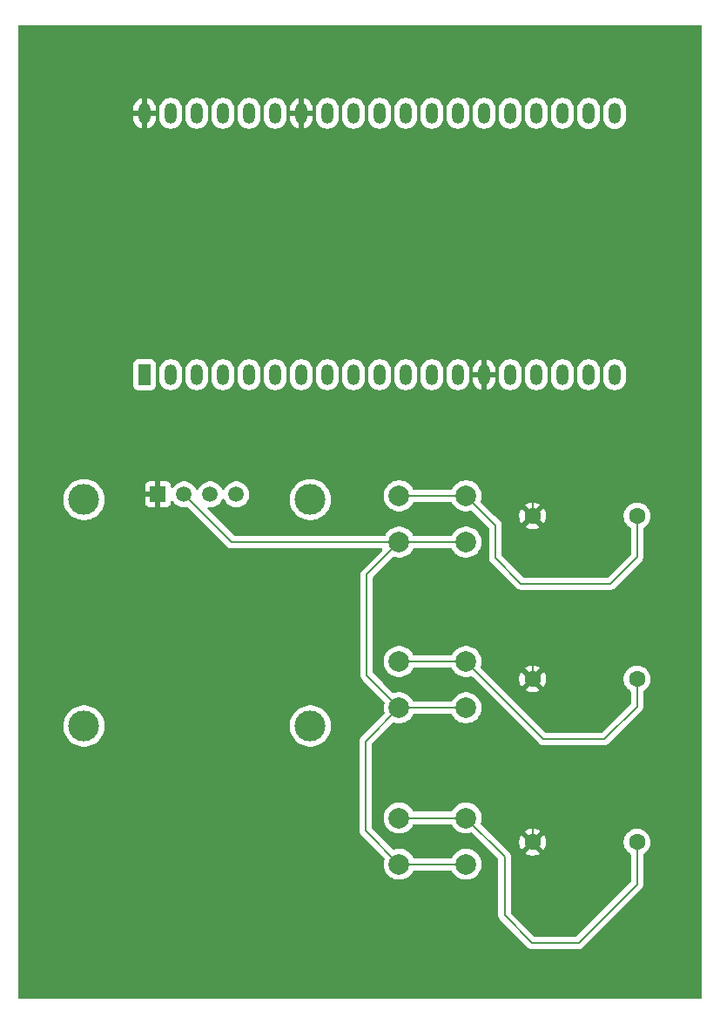
<source format=gbr>
%TF.GenerationSoftware,KiCad,Pcbnew,9.0.2*%
%TF.CreationDate,2025-06-12T23:09:37+07:00*%
%TF.ProjectId,WiFi_Frauder_DEV,57694669-5f46-4726-9175-6465725f4445,2*%
%TF.SameCoordinates,Original*%
%TF.FileFunction,Copper,L1,Top*%
%TF.FilePolarity,Positive*%
%FSLAX46Y46*%
G04 Gerber Fmt 4.6, Leading zero omitted, Abs format (unit mm)*
G04 Created by KiCad (PCBNEW 9.0.2) date 2025-06-12 23:09:37*
%MOMM*%
%LPD*%
G01*
G04 APERTURE LIST*
%TA.AperFunction,ComponentPad*%
%ADD10C,2.000000*%
%TD*%
%TA.AperFunction,ComponentPad*%
%ADD11C,1.600000*%
%TD*%
%TA.AperFunction,ComponentPad*%
%ADD12R,1.508000X1.508000*%
%TD*%
%TA.AperFunction,ComponentPad*%
%ADD13C,1.508000*%
%TD*%
%TA.AperFunction,ComponentPad*%
%ADD14C,3.000000*%
%TD*%
%TA.AperFunction,ComponentPad*%
%ADD15R,1.200000X2.000000*%
%TD*%
%TA.AperFunction,ComponentPad*%
%ADD16O,1.200000X2.000000*%
%TD*%
%TA.AperFunction,ViaPad*%
%ADD17C,0.600000*%
%TD*%
%TA.AperFunction,Conductor*%
%ADD18C,0.200000*%
%TD*%
G04 APERTURE END LIST*
D10*
%TO.P,SW1,2,2*%
%TO.N,+5V*%
X159258750Y-109450000D03*
X152758750Y-109450000D03*
%TO.P,SW1,1,1*%
%TO.N,/BTN_DOWN_NET*%
X159258750Y-104950000D03*
X152758750Y-104950000D03*
%TD*%
%TO.P,SW2,2,2*%
%TO.N,+5V*%
X159258750Y-93350000D03*
X152758750Y-93350000D03*
%TO.P,SW2,1,1*%
%TO.N,/BTN_UP_NET*%
X159258750Y-88850000D03*
X152758750Y-88850000D03*
%TD*%
%TO.P,SW3,1,1*%
%TO.N,/BTN_ENTER_NET*%
X152758750Y-120150000D03*
X159258750Y-120150000D03*
%TO.P,SW3,2,2*%
%TO.N,+5V*%
X152758750Y-124650000D03*
X159258750Y-124650000D03*
%TD*%
D11*
%TO.P,R3,2*%
%TO.N,/BTN_ENTER_NET*%
X175888750Y-122500000D03*
%TO.P,R3,1*%
%TO.N,GND*%
X165728750Y-122500000D03*
%TD*%
%TO.P,R2,2*%
%TO.N,/BTN_UP_NET*%
X175888750Y-90800000D03*
%TO.P,R2,1*%
%TO.N,GND*%
X165728750Y-90800000D03*
%TD*%
D12*
%TO.P,U2,1,GND*%
%TO.N,GND*%
X129298750Y-88712500D03*
D13*
%TO.P,U2,2,VCC_IN*%
%TO.N,+5V*%
X131838750Y-88712500D03*
%TO.P,U2,3,SCL*%
%TO.N,/OLED_SCL_NET*%
X134378750Y-88712500D03*
%TO.P,U2,4,SDA*%
%TO.N,/OLED_SDA_NET*%
X136918750Y-88712500D03*
D14*
%TO.P,U2,S1*%
%TO.N,N/C*%
X122108750Y-89212500D03*
%TO.P,U2,S2*%
X144108750Y-89212500D03*
%TO.P,U2,S3*%
X144108750Y-111212500D03*
%TO.P,U2,S4*%
X122108750Y-111212500D03*
%TD*%
D15*
%TO.P,U1,1,3V3*%
%TO.N,unconnected-(U1-3V3-Pad1)*%
X128005310Y-77100000D03*
D16*
%TO.P,U1,2,CHIP_PU*%
%TO.N,unconnected-(U1-CHIP_PU-Pad2)*%
X130545310Y-77100000D03*
%TO.P,U1,3,SENSOR_VP/GPIO36/ADC1_CH0*%
%TO.N,unconnected-(U1-SENSOR_VP{slash}GPIO36{slash}ADC1_CH0-Pad3)*%
X133085310Y-77100000D03*
%TO.P,U1,4,SENSOR_VN/GPIO39/ADC1_CH3*%
%TO.N,unconnected-(U1-SENSOR_VN{slash}GPIO39{slash}ADC1_CH3-Pad4)*%
X135625310Y-77100000D03*
%TO.P,U1,5,VDET_1/GPIO34/ADC1_CH6*%
%TO.N,unconnected-(U1-VDET_1{slash}GPIO34{slash}ADC1_CH6-Pad5)*%
X138165310Y-77100000D03*
%TO.P,U1,6,VDET_2/GPIO35/ADC1_CH7*%
%TO.N,unconnected-(U1-VDET_2{slash}GPIO35{slash}ADC1_CH7-Pad6)*%
X140705310Y-77100000D03*
%TO.P,U1,7,32K_XP/GPIO32/ADC1_CH4*%
%TO.N,unconnected-(U1-32K_XP{slash}GPIO32{slash}ADC1_CH4-Pad7)*%
X143245310Y-77100000D03*
%TO.P,U1,8,32K_XN/GPIO33/ADC1_CH5*%
%TO.N,unconnected-(U1-32K_XN{slash}GPIO33{slash}ADC1_CH5-Pad8)*%
X145785310Y-77100000D03*
%TO.P,U1,9,DAC_1/ADC2_CH8/GPIO25*%
%TO.N,unconnected-(U1-DAC_1{slash}ADC2_CH8{slash}GPIO25-Pad9)*%
X148325310Y-77100000D03*
%TO.P,U1,10,DAC_2/ADC2_CH9/GPIO26*%
%TO.N,unconnected-(U1-DAC_2{slash}ADC2_CH9{slash}GPIO26-Pad10)*%
X150865310Y-77100000D03*
%TO.P,U1,11,ADC2_CH7/GPIO27*%
%TO.N,unconnected-(U1-ADC2_CH7{slash}GPIO27-Pad11)*%
X153405310Y-77100000D03*
%TO.P,U1,12,MTMS/GPIO14/ADC2_CH6*%
%TO.N,unconnected-(U1-MTMS{slash}GPIO14{slash}ADC2_CH6-Pad12)*%
X155945310Y-77100000D03*
%TO.P,U1,13,MTDI/GPIO12/ADC2_CH5*%
%TO.N,unconnected-(U1-MTDI{slash}GPIO12{slash}ADC2_CH5-Pad13)*%
X158485310Y-77100000D03*
%TO.P,U1,14,GND*%
%TO.N,GND*%
X161025310Y-77100000D03*
%TO.P,U1,15,MTCK/GPIO13/ADC2_CH4*%
%TO.N,unconnected-(U1-MTCK{slash}GPIO13{slash}ADC2_CH4-Pad15)*%
X163565310Y-77100000D03*
%TO.P,U1,16,SD_DATA2/GPIO9*%
%TO.N,unconnected-(U1-SD_DATA2{slash}GPIO9-Pad16)*%
X166105310Y-77100000D03*
%TO.P,U1,17,SD_DATA3/GPIO10*%
%TO.N,unconnected-(U1-SD_DATA3{slash}GPIO10-Pad17)*%
X168645310Y-77100000D03*
%TO.P,U1,18,CMD*%
%TO.N,unconnected-(U1-CMD-Pad18)*%
X171185310Y-77100000D03*
%TO.P,U1,19,5V*%
%TO.N,+5V*%
X173725310Y-77100000D03*
%TO.P,U1,20,SD_CLK/GPIO6*%
%TO.N,/OLED_SCL_NET*%
X173722590Y-51703680D03*
%TO.P,U1,21,SD_DATA0/GPIO7*%
%TO.N,/OLED_SDA_NET*%
X171182590Y-51703680D03*
%TO.P,U1,22,SD_DATA1/GPIO8*%
%TO.N,unconnected-(U1-SD_DATA1{slash}GPIO8-Pad22)*%
X168645310Y-51700000D03*
%TO.P,U1,23,MTDO/GPIO15/ADC2_CH3*%
%TO.N,unconnected-(U1-MTDO{slash}GPIO15{slash}ADC2_CH3-Pad23)*%
X166105310Y-51700000D03*
%TO.P,U1,24,ADC2_CH2/GPIO2*%
%TO.N,unconnected-(U1-ADC2_CH2{slash}GPIO2-Pad24)*%
X163565310Y-51700000D03*
%TO.P,U1,25,GPIO0/BOOT/ADC2_CH1*%
%TO.N,unconnected-(U1-GPIO0{slash}BOOT{slash}ADC2_CH1-Pad25)*%
X161025310Y-51700000D03*
%TO.P,U1,26,ADC2_CH0/GPIO4*%
%TO.N,unconnected-(U1-ADC2_CH0{slash}GPIO4-Pad26)*%
X158485310Y-51700000D03*
%TO.P,U1,27,GPIO16*%
%TO.N,unconnected-(U1-GPIO16-Pad27)*%
X155945310Y-51700000D03*
%TO.P,U1,28,GPIO17*%
%TO.N,unconnected-(U1-GPIO17-Pad28)*%
X153405310Y-51700000D03*
%TO.P,U1,29,GPIO5*%
%TO.N,unconnected-(U1-GPIO5-Pad29)*%
X150865310Y-51700000D03*
%TO.P,U1,30,GPIO18*%
%TO.N,unconnected-(U1-GPIO18-Pad30)*%
X148325310Y-51700000D03*
%TO.P,U1,31,GPIO19*%
%TO.N,unconnected-(U1-GPIO19-Pad31)*%
X145785310Y-51700000D03*
%TO.P,U1,32,GND*%
%TO.N,GND*%
X143245310Y-51700000D03*
%TO.P,U1,33,GPIO21*%
%TO.N,/BTN_ENTER_NET*%
X140705310Y-51700000D03*
%TO.P,U1,34,U0RXD/GPIO3*%
%TO.N,unconnected-(U1-U0RXD{slash}GPIO3-Pad34)*%
X138165310Y-51700000D03*
%TO.P,U1,35,U0TXD/GPIO1*%
%TO.N,unconnected-(U1-U0TXD{slash}GPIO1-Pad35)*%
X135625310Y-51700000D03*
%TO.P,U1,36,GPIO22*%
%TO.N,/BTN_UP_NET*%
X133085310Y-51700000D03*
%TO.P,U1,37,GPIO23*%
%TO.N,/BTN_DOWN_NET*%
X130545310Y-51700000D03*
%TO.P,U1,38,GND*%
%TO.N,GND*%
X128005310Y-51700000D03*
%TD*%
D11*
%TO.P,R1,1*%
%TO.N,GND*%
X165728750Y-106650000D03*
%TO.P,R1,2*%
%TO.N,/BTN_DOWN_NET*%
X175888750Y-106650000D03*
%TD*%
D17*
%TO.N,GND*%
X129308750Y-82700000D03*
X165708750Y-116600000D03*
X165708750Y-100600000D03*
X165708750Y-85400000D03*
X161008750Y-83100000D03*
X143108750Y-47100000D03*
X127908750Y-47000000D03*
%TD*%
D18*
%TO.N,+5V*%
X149508750Y-121400000D02*
X152758750Y-124650000D01*
X149508750Y-112700000D02*
X149508750Y-121400000D01*
X152758750Y-109450000D02*
X149508750Y-112700000D01*
X149608750Y-106300000D02*
X152758750Y-109450000D01*
X152758750Y-93350000D02*
X149608750Y-96500000D01*
X149608750Y-96500000D02*
X149608750Y-106300000D01*
X131838750Y-88712500D02*
X136476250Y-93350000D01*
X136476250Y-93350000D02*
X152758750Y-93350000D01*
%TO.N,GND*%
X129298750Y-82710000D02*
X129308750Y-82700000D01*
X129298750Y-88712500D02*
X129298750Y-82710000D01*
%TO.N,/BTN_UP_NET*%
X173308750Y-97400000D02*
X175888750Y-94820000D01*
X164608750Y-97400000D02*
X173308750Y-97400000D01*
X162108750Y-94900000D02*
X164608750Y-97400000D01*
X175888750Y-94820000D02*
X175888750Y-90800000D01*
X159258750Y-88850000D02*
X162108750Y-91700000D01*
X162108750Y-91700000D02*
X162108750Y-94900000D01*
%TO.N,/BTN_DOWN_NET*%
X175888750Y-109320000D02*
X175888750Y-106650000D01*
X166808750Y-112500000D02*
X172708750Y-112500000D01*
X159258750Y-104950000D02*
X166808750Y-112500000D01*
X172708750Y-112500000D02*
X175888750Y-109320000D01*
%TO.N,GND*%
X165728750Y-116620000D02*
X165708750Y-116600000D01*
X165728750Y-122500000D02*
X165728750Y-116620000D01*
X165728750Y-100620000D02*
X165708750Y-100600000D01*
X165728750Y-106650000D02*
X165728750Y-100620000D01*
%TO.N,+5V*%
X152758750Y-124650000D02*
X159258750Y-124650000D01*
%TO.N,/BTN_ENTER_NET*%
X152758750Y-120150000D02*
X159258750Y-120150000D01*
%TO.N,+5V*%
X152758750Y-109450000D02*
X159258750Y-109450000D01*
%TO.N,/BTN_DOWN_NET*%
X152758750Y-104950000D02*
X159258750Y-104950000D01*
%TO.N,+5V*%
X152758750Y-93350000D02*
X159258750Y-93350000D01*
%TO.N,/BTN_UP_NET*%
X152758750Y-88850000D02*
X159258750Y-88850000D01*
%TO.N,GND*%
X165728750Y-85420000D02*
X165708750Y-85400000D01*
X165728750Y-90800000D02*
X165728750Y-85420000D01*
X161025310Y-83083440D02*
X161008750Y-83100000D01*
X161025310Y-77100000D02*
X161025310Y-83083440D01*
X143245310Y-47236560D02*
X143108750Y-47100000D01*
X143245310Y-51700000D02*
X143245310Y-47236560D01*
X127908750Y-51603440D02*
X127908750Y-47000000D01*
X128005310Y-51700000D02*
X127908750Y-51603440D01*
%TO.N,/BTN_ENTER_NET*%
X175888750Y-126620000D02*
X175888750Y-122500000D01*
X170208750Y-132300000D02*
X175888750Y-126620000D01*
X165708750Y-132300000D02*
X170208750Y-132300000D01*
X163008750Y-123900000D02*
X163008750Y-129600000D01*
X159258750Y-120150000D02*
X163008750Y-123900000D01*
X163008750Y-129600000D02*
X165708750Y-132300000D01*
%TD*%
%TA.AperFunction,Conductor*%
%TO.N,GND*%
G36*
X182151289Y-43120185D02*
G01*
X182197044Y-43172989D01*
X182208250Y-43224500D01*
X182208250Y-137575500D01*
X182188565Y-137642539D01*
X182135761Y-137688294D01*
X182084250Y-137699500D01*
X115833250Y-137699500D01*
X115766211Y-137679815D01*
X115720456Y-137627011D01*
X115709250Y-137575500D01*
X115709250Y-111081372D01*
X120108250Y-111081372D01*
X120108250Y-111343627D01*
X120134873Y-111545839D01*
X120142480Y-111603616D01*
X120210352Y-111856918D01*
X120210355Y-111856928D01*
X120310703Y-112099190D01*
X120310708Y-112099200D01*
X120441825Y-112326303D01*
X120601468Y-112534351D01*
X120601476Y-112534360D01*
X120786890Y-112719774D01*
X120786898Y-112719781D01*
X120994946Y-112879424D01*
X121222049Y-113010541D01*
X121222059Y-113010546D01*
X121439228Y-113100500D01*
X121464331Y-113110898D01*
X121717634Y-113178770D01*
X121977630Y-113213000D01*
X121977637Y-113213000D01*
X122239863Y-113213000D01*
X122239870Y-113213000D01*
X122499866Y-113178770D01*
X122753169Y-113110898D01*
X122995447Y-113010543D01*
X123222553Y-112879424D01*
X123430601Y-112719782D01*
X123430605Y-112719777D01*
X123430610Y-112719774D01*
X123616024Y-112534360D01*
X123616027Y-112534355D01*
X123616032Y-112534351D01*
X123775674Y-112326303D01*
X123906793Y-112099197D01*
X124007148Y-111856919D01*
X124075020Y-111603616D01*
X124109250Y-111343620D01*
X124109250Y-111081380D01*
X124109249Y-111081372D01*
X142108250Y-111081372D01*
X142108250Y-111343627D01*
X142134873Y-111545839D01*
X142142480Y-111603616D01*
X142210352Y-111856918D01*
X142210355Y-111856928D01*
X142310703Y-112099190D01*
X142310708Y-112099200D01*
X142441825Y-112326303D01*
X142601468Y-112534351D01*
X142601476Y-112534360D01*
X142786890Y-112719774D01*
X142786898Y-112719781D01*
X142994946Y-112879424D01*
X143222049Y-113010541D01*
X143222059Y-113010546D01*
X143439228Y-113100500D01*
X143464331Y-113110898D01*
X143717634Y-113178770D01*
X143977630Y-113213000D01*
X143977637Y-113213000D01*
X144239863Y-113213000D01*
X144239870Y-113213000D01*
X144499866Y-113178770D01*
X144753169Y-113110898D01*
X144995447Y-113010543D01*
X145222553Y-112879424D01*
X145430601Y-112719782D01*
X145430605Y-112719777D01*
X145430610Y-112719774D01*
X145616024Y-112534360D01*
X145616027Y-112534355D01*
X145616032Y-112534351D01*
X145775674Y-112326303D01*
X145906793Y-112099197D01*
X146007148Y-111856919D01*
X146075020Y-111603616D01*
X146109250Y-111343620D01*
X146109250Y-111081380D01*
X146075020Y-110821384D01*
X146007148Y-110568081D01*
X146007144Y-110568071D01*
X145906796Y-110325809D01*
X145906791Y-110325799D01*
X145775674Y-110098696D01*
X145616031Y-109890648D01*
X145616024Y-109890640D01*
X145430610Y-109705226D01*
X145430601Y-109705218D01*
X145222553Y-109545575D01*
X144995450Y-109414458D01*
X144995440Y-109414453D01*
X144753178Y-109314105D01*
X144753171Y-109314103D01*
X144753169Y-109314102D01*
X144499866Y-109246230D01*
X144442089Y-109238623D01*
X144239877Y-109212000D01*
X144239870Y-109212000D01*
X143977630Y-109212000D01*
X143977622Y-109212000D01*
X143746522Y-109242426D01*
X143717634Y-109246230D01*
X143464331Y-109314102D01*
X143464321Y-109314105D01*
X143222059Y-109414453D01*
X143222049Y-109414458D01*
X142994946Y-109545575D01*
X142786898Y-109705218D01*
X142601468Y-109890648D01*
X142441825Y-110098696D01*
X142310708Y-110325799D01*
X142310703Y-110325809D01*
X142210355Y-110568071D01*
X142210352Y-110568081D01*
X142166071Y-110733343D01*
X142142480Y-110821385D01*
X142108250Y-111081372D01*
X124109249Y-111081372D01*
X124075020Y-110821384D01*
X124007148Y-110568081D01*
X124007144Y-110568071D01*
X123906796Y-110325809D01*
X123906791Y-110325799D01*
X123775674Y-110098696D01*
X123616031Y-109890648D01*
X123616024Y-109890640D01*
X123430610Y-109705226D01*
X123430601Y-109705218D01*
X123222553Y-109545575D01*
X122995450Y-109414458D01*
X122995440Y-109414453D01*
X122753178Y-109314105D01*
X122753171Y-109314103D01*
X122753169Y-109314102D01*
X122499866Y-109246230D01*
X122442089Y-109238623D01*
X122239877Y-109212000D01*
X122239870Y-109212000D01*
X121977630Y-109212000D01*
X121977622Y-109212000D01*
X121746522Y-109242426D01*
X121717634Y-109246230D01*
X121464331Y-109314102D01*
X121464321Y-109314105D01*
X121222059Y-109414453D01*
X121222049Y-109414458D01*
X120994946Y-109545575D01*
X120786898Y-109705218D01*
X120601468Y-109890648D01*
X120441825Y-110098696D01*
X120310708Y-110325799D01*
X120310703Y-110325809D01*
X120210355Y-110568071D01*
X120210352Y-110568081D01*
X120166071Y-110733343D01*
X120142480Y-110821385D01*
X120108250Y-111081372D01*
X115709250Y-111081372D01*
X115709250Y-89081372D01*
X120108250Y-89081372D01*
X120108250Y-89343627D01*
X120134873Y-89545839D01*
X120142480Y-89603616D01*
X120209962Y-89855464D01*
X120210352Y-89856918D01*
X120210355Y-89856928D01*
X120310703Y-90099190D01*
X120310708Y-90099200D01*
X120441825Y-90326303D01*
X120601468Y-90534351D01*
X120601476Y-90534360D01*
X120786890Y-90719774D01*
X120786898Y-90719781D01*
X120994946Y-90879424D01*
X121222049Y-91010541D01*
X121222059Y-91010546D01*
X121448967Y-91104534D01*
X121464331Y-91110898D01*
X121717634Y-91178770D01*
X121977630Y-91213000D01*
X121977637Y-91213000D01*
X122239863Y-91213000D01*
X122239870Y-91213000D01*
X122499866Y-91178770D01*
X122753169Y-91110898D01*
X122995447Y-91010543D01*
X123222553Y-90879424D01*
X123430601Y-90719782D01*
X123430605Y-90719777D01*
X123430610Y-90719774D01*
X123616024Y-90534360D01*
X123616027Y-90534355D01*
X123616032Y-90534351D01*
X123775674Y-90326303D01*
X123906793Y-90099197D01*
X123917199Y-90074076D01*
X123964411Y-89960096D01*
X124007148Y-89856919D01*
X124075020Y-89603616D01*
X124109250Y-89343620D01*
X124109250Y-89081380D01*
X124093599Y-88962500D01*
X124088968Y-88927323D01*
X124084642Y-88894473D01*
X124075020Y-88821384D01*
X124007148Y-88568081D01*
X123945288Y-88418737D01*
X123906796Y-88325809D01*
X123906791Y-88325799D01*
X123775677Y-88098701D01*
X123762987Y-88082163D01*
X123631383Y-87910655D01*
X128044750Y-87910655D01*
X128044750Y-88462500D01*
X128865738Y-88462500D01*
X128832825Y-88519507D01*
X128798750Y-88646674D01*
X128798750Y-88778326D01*
X128832825Y-88905493D01*
X128865738Y-88962500D01*
X128044750Y-88962500D01*
X128044750Y-89514344D01*
X128051151Y-89573872D01*
X128051153Y-89573879D01*
X128101395Y-89708586D01*
X128101399Y-89708593D01*
X128187559Y-89823687D01*
X128187562Y-89823690D01*
X128302656Y-89909850D01*
X128302663Y-89909854D01*
X128437370Y-89960096D01*
X128437377Y-89960098D01*
X128496905Y-89966499D01*
X128496922Y-89966500D01*
X129048750Y-89966500D01*
X129048750Y-89145512D01*
X129105757Y-89178425D01*
X129232924Y-89212500D01*
X129364576Y-89212500D01*
X129491743Y-89178425D01*
X129548750Y-89145512D01*
X129548750Y-89966500D01*
X130100578Y-89966500D01*
X130100594Y-89966499D01*
X130160122Y-89960098D01*
X130160129Y-89960096D01*
X130294836Y-89909854D01*
X130294843Y-89909850D01*
X130409937Y-89823690D01*
X130409940Y-89823687D01*
X130496100Y-89708593D01*
X130496104Y-89708586D01*
X130546346Y-89573879D01*
X130546348Y-89573872D01*
X130552749Y-89514344D01*
X130552750Y-89514327D01*
X130552750Y-89458387D01*
X130572435Y-89391348D01*
X130625239Y-89345593D01*
X130694397Y-89335649D01*
X130757953Y-89364674D01*
X130777064Y-89385497D01*
X130859892Y-89499500D01*
X130881871Y-89529752D01*
X131021503Y-89669384D01*
X131170984Y-89777986D01*
X131181249Y-89785444D01*
X131357189Y-89875091D01*
X131464167Y-89909850D01*
X131544986Y-89936110D01*
X131740014Y-89967000D01*
X131740019Y-89967000D01*
X131937486Y-89967000D01*
X132137325Y-89935348D01*
X132137602Y-89937100D01*
X132199751Y-89940196D01*
X132246622Y-89969607D01*
X135991389Y-93714374D01*
X135991399Y-93714385D01*
X135995729Y-93718715D01*
X135995730Y-93718716D01*
X136107534Y-93830520D01*
X136107536Y-93830521D01*
X136107540Y-93830524D01*
X136244459Y-93909573D01*
X136244466Y-93909577D01*
X136356269Y-93939534D01*
X136397192Y-93950500D01*
X136397193Y-93950500D01*
X151009652Y-93950500D01*
X151076691Y-93970185D01*
X151122446Y-94022989D01*
X151132390Y-94092147D01*
X151103365Y-94155703D01*
X151097333Y-94162181D01*
X149128231Y-96131282D01*
X149128229Y-96131285D01*
X149078111Y-96218094D01*
X149078109Y-96218096D01*
X149049175Y-96268209D01*
X149049174Y-96268210D01*
X149049173Y-96268215D01*
X149008249Y-96420943D01*
X149008249Y-96420945D01*
X149008249Y-96589046D01*
X149008250Y-96589059D01*
X149008250Y-106213330D01*
X149008249Y-106213348D01*
X149008249Y-106379054D01*
X149008248Y-106379054D01*
X149049173Y-106531787D01*
X149058332Y-106547649D01*
X149058331Y-106547649D01*
X149058333Y-106547651D01*
X149128225Y-106668709D01*
X149128231Y-106668717D01*
X149247099Y-106787585D01*
X149247105Y-106787590D01*
X151305950Y-108846435D01*
X151339435Y-108907758D01*
X151336200Y-108972433D01*
X151295197Y-109098628D01*
X151258250Y-109331902D01*
X151258250Y-109568093D01*
X151258249Y-109568095D01*
X151295197Y-109801369D01*
X151295197Y-109801372D01*
X151336200Y-109927564D01*
X151338195Y-109997405D01*
X151305950Y-110053563D01*
X149140036Y-112219478D01*
X149028231Y-112331282D01*
X149028229Y-112331285D01*
X148978111Y-112418094D01*
X148978109Y-112418096D01*
X148949175Y-112468209D01*
X148949174Y-112468210D01*
X148949173Y-112468215D01*
X148908249Y-112620943D01*
X148908249Y-112620945D01*
X148908249Y-112789046D01*
X148908250Y-112789059D01*
X148908250Y-121313330D01*
X148908249Y-121313348D01*
X148908249Y-121479054D01*
X148908248Y-121479054D01*
X148924731Y-121540568D01*
X148949173Y-121631785D01*
X148961295Y-121652781D01*
X148978108Y-121681900D01*
X148978109Y-121681904D01*
X148978110Y-121681904D01*
X149028229Y-121768714D01*
X149028231Y-121768717D01*
X149147099Y-121887585D01*
X149147105Y-121887590D01*
X151305950Y-124046435D01*
X151339435Y-124107758D01*
X151336200Y-124172433D01*
X151295197Y-124298628D01*
X151258250Y-124531902D01*
X151258250Y-124768097D01*
X151295196Y-125001368D01*
X151368183Y-125225996D01*
X151475407Y-125436433D01*
X151614233Y-125627510D01*
X151781240Y-125794517D01*
X151972317Y-125933343D01*
X152071741Y-125984002D01*
X152182753Y-126040566D01*
X152182755Y-126040566D01*
X152182758Y-126040568D01*
X152303162Y-126079689D01*
X152407381Y-126113553D01*
X152640653Y-126150500D01*
X152640658Y-126150500D01*
X152876847Y-126150500D01*
X153110118Y-126113553D01*
X153334742Y-126040568D01*
X153545183Y-125933343D01*
X153736260Y-125794517D01*
X153903267Y-125627510D01*
X154042093Y-125436433D01*
X154102333Y-125318204D01*
X154150308Y-125267409D01*
X154212818Y-125250500D01*
X157804682Y-125250500D01*
X157871721Y-125270185D01*
X157915166Y-125318203D01*
X157975407Y-125436433D01*
X158114233Y-125627510D01*
X158281240Y-125794517D01*
X158472317Y-125933343D01*
X158571741Y-125984002D01*
X158682753Y-126040566D01*
X158682755Y-126040566D01*
X158682758Y-126040568D01*
X158803162Y-126079689D01*
X158907381Y-126113553D01*
X159140653Y-126150500D01*
X159140658Y-126150500D01*
X159376847Y-126150500D01*
X159610118Y-126113553D01*
X159834742Y-126040568D01*
X160045183Y-125933343D01*
X160236260Y-125794517D01*
X160403267Y-125627510D01*
X160542093Y-125436433D01*
X160649318Y-125225992D01*
X160722303Y-125001368D01*
X160759250Y-124768097D01*
X160759250Y-124531902D01*
X160722303Y-124298631D01*
X160673598Y-124148735D01*
X160649318Y-124074008D01*
X160649316Y-124074005D01*
X160649316Y-124074003D01*
X160542092Y-123863566D01*
X160511126Y-123820945D01*
X160403267Y-123672490D01*
X160236260Y-123505483D01*
X160045183Y-123366657D01*
X160007022Y-123347213D01*
X159834746Y-123259433D01*
X159610118Y-123186446D01*
X159376847Y-123149500D01*
X159376842Y-123149500D01*
X159140658Y-123149500D01*
X159140653Y-123149500D01*
X158907381Y-123186446D01*
X158682753Y-123259433D01*
X158472316Y-123366657D01*
X158363300Y-123445862D01*
X158281240Y-123505483D01*
X158281238Y-123505485D01*
X158281237Y-123505485D01*
X158114235Y-123672487D01*
X158114235Y-123672488D01*
X158114233Y-123672490D01*
X158090791Y-123704755D01*
X157975407Y-123863566D01*
X157942810Y-123927540D01*
X157916561Y-123979060D01*
X157915167Y-123981795D01*
X157867192Y-124032591D01*
X157804682Y-124049500D01*
X154212818Y-124049500D01*
X154145779Y-124029815D01*
X154102333Y-123981795D01*
X154042093Y-123863567D01*
X153903267Y-123672490D01*
X153736260Y-123505483D01*
X153545183Y-123366657D01*
X153507022Y-123347213D01*
X153334746Y-123259433D01*
X153110118Y-123186446D01*
X152876847Y-123149500D01*
X152876842Y-123149500D01*
X152640658Y-123149500D01*
X152640653Y-123149500D01*
X152407378Y-123186447D01*
X152281183Y-123227450D01*
X152211342Y-123229445D01*
X152155185Y-123197200D01*
X150145569Y-121187584D01*
X150112084Y-121126261D01*
X150109250Y-121099903D01*
X150109250Y-120031902D01*
X151258250Y-120031902D01*
X151258250Y-120268097D01*
X151295196Y-120501368D01*
X151368183Y-120725996D01*
X151475407Y-120936433D01*
X151614233Y-121127510D01*
X151781240Y-121294517D01*
X151972317Y-121433343D01*
X152062030Y-121479054D01*
X152182753Y-121540566D01*
X152182755Y-121540566D01*
X152182758Y-121540568D01*
X152275042Y-121570553D01*
X152407381Y-121613553D01*
X152640653Y-121650500D01*
X152640658Y-121650500D01*
X152876847Y-121650500D01*
X153110118Y-121613553D01*
X153143218Y-121602798D01*
X153334742Y-121540568D01*
X153545183Y-121433343D01*
X153736260Y-121294517D01*
X153903267Y-121127510D01*
X154042093Y-120936433D01*
X154102333Y-120818204D01*
X154150308Y-120767409D01*
X154212818Y-120750500D01*
X157804682Y-120750500D01*
X157871721Y-120770185D01*
X157915166Y-120818203D01*
X157975407Y-120936433D01*
X158114233Y-121127510D01*
X158281240Y-121294517D01*
X158472317Y-121433343D01*
X158562030Y-121479054D01*
X158682753Y-121540566D01*
X158682755Y-121540566D01*
X158682758Y-121540568D01*
X158775042Y-121570553D01*
X158907381Y-121613553D01*
X159140653Y-121650500D01*
X159140658Y-121650500D01*
X159376847Y-121650500D01*
X159482876Y-121633705D01*
X159610118Y-121613553D01*
X159736316Y-121572547D01*
X159806154Y-121570553D01*
X159862313Y-121602798D01*
X162371931Y-124112416D01*
X162405416Y-124173739D01*
X162408250Y-124200097D01*
X162408250Y-129513330D01*
X162408249Y-129513348D01*
X162408249Y-129679054D01*
X162408248Y-129679054D01*
X162449173Y-129831785D01*
X162478108Y-129881900D01*
X162478109Y-129881904D01*
X162478110Y-129881904D01*
X162528229Y-129968714D01*
X162528231Y-129968717D01*
X162647099Y-130087585D01*
X162647104Y-130087589D01*
X165340034Y-132780520D01*
X165340036Y-132780521D01*
X165340040Y-132780524D01*
X165476959Y-132859573D01*
X165476966Y-132859577D01*
X165629693Y-132900501D01*
X165629695Y-132900501D01*
X165795404Y-132900501D01*
X165795420Y-132900500D01*
X170122081Y-132900500D01*
X170122097Y-132900501D01*
X170129693Y-132900501D01*
X170287804Y-132900501D01*
X170287807Y-132900501D01*
X170440535Y-132859577D01*
X170490654Y-132830639D01*
X170577466Y-132780520D01*
X170689270Y-132668716D01*
X170689270Y-132668714D01*
X170699478Y-132658507D01*
X170699480Y-132658504D01*
X176257463Y-127100521D01*
X176257466Y-127100520D01*
X176369270Y-126988716D01*
X176419389Y-126901904D01*
X176448327Y-126851785D01*
X176489251Y-126699057D01*
X176489251Y-126540943D01*
X176489251Y-126533348D01*
X176489250Y-126533330D01*
X176489250Y-123729601D01*
X176508935Y-123662562D01*
X176556956Y-123619116D01*
X176570360Y-123612287D01*
X176735969Y-123491966D01*
X176880716Y-123347219D01*
X176880718Y-123347215D01*
X176880721Y-123347213D01*
X176966283Y-123229445D01*
X177001037Y-123181610D01*
X177093970Y-122999219D01*
X177157227Y-122804534D01*
X177189250Y-122602352D01*
X177189250Y-122397648D01*
X177181007Y-122345606D01*
X177157227Y-122195465D01*
X177126208Y-122100000D01*
X177093970Y-122000781D01*
X177093968Y-122000778D01*
X177093968Y-122000776D01*
X177036296Y-121887590D01*
X177001037Y-121818390D01*
X176968842Y-121774077D01*
X176880721Y-121652786D01*
X176735963Y-121508028D01*
X176570363Y-121387715D01*
X176570362Y-121387714D01*
X176570360Y-121387713D01*
X176513403Y-121358691D01*
X176387973Y-121294781D01*
X176193284Y-121231522D01*
X176018745Y-121203878D01*
X175991102Y-121199500D01*
X175786398Y-121199500D01*
X175762079Y-121203351D01*
X175584215Y-121231522D01*
X175389526Y-121294781D01*
X175207136Y-121387715D01*
X175041536Y-121508028D01*
X174896778Y-121652786D01*
X174776465Y-121818386D01*
X174683531Y-122000776D01*
X174620272Y-122195465D01*
X174588250Y-122397648D01*
X174588250Y-122602351D01*
X174620272Y-122804534D01*
X174683531Y-122999223D01*
X174747441Y-123124653D01*
X174776335Y-123181359D01*
X174776465Y-123181613D01*
X174896778Y-123347213D01*
X174896784Y-123347219D01*
X175041531Y-123491966D01*
X175207140Y-123612287D01*
X175220543Y-123619116D01*
X175271339Y-123667088D01*
X175288250Y-123729601D01*
X175288250Y-126319903D01*
X175268565Y-126386942D01*
X175251931Y-126407584D01*
X169996334Y-131663181D01*
X169935011Y-131696666D01*
X169908653Y-131699500D01*
X166008848Y-131699500D01*
X165941809Y-131679815D01*
X165921167Y-131663181D01*
X163645569Y-129387583D01*
X163612084Y-129326260D01*
X163609250Y-129299902D01*
X163609250Y-123989059D01*
X163609251Y-123989046D01*
X163609251Y-123820945D01*
X163609251Y-123820943D01*
X163568327Y-123668215D01*
X163528654Y-123599500D01*
X163489270Y-123531284D01*
X163377466Y-123419480D01*
X163377465Y-123419479D01*
X163373135Y-123415149D01*
X163373124Y-123415139D01*
X162355667Y-122397682D01*
X164428750Y-122397682D01*
X164428750Y-122602317D01*
X164460759Y-122804417D01*
X164523994Y-122999031D01*
X164616891Y-123181350D01*
X164616897Y-123181359D01*
X164649273Y-123225921D01*
X164649274Y-123225922D01*
X165328750Y-122546446D01*
X165328750Y-122552661D01*
X165356009Y-122654394D01*
X165408670Y-122745606D01*
X165483144Y-122820080D01*
X165574356Y-122872741D01*
X165676089Y-122900000D01*
X165682303Y-122900000D01*
X165002826Y-123579474D01*
X165047400Y-123611859D01*
X165229718Y-123704755D01*
X165424332Y-123767990D01*
X165626433Y-123800000D01*
X165831067Y-123800000D01*
X166033167Y-123767990D01*
X166227781Y-123704755D01*
X166410099Y-123611859D01*
X166454671Y-123579474D01*
X165775197Y-122900000D01*
X165781411Y-122900000D01*
X165883144Y-122872741D01*
X165974356Y-122820080D01*
X166048830Y-122745606D01*
X166101491Y-122654394D01*
X166128750Y-122552661D01*
X166128750Y-122546448D01*
X166808224Y-123225922D01*
X166808224Y-123225921D01*
X166840609Y-123181349D01*
X166933505Y-122999031D01*
X166996740Y-122804417D01*
X167028750Y-122602317D01*
X167028750Y-122397682D01*
X166996740Y-122195582D01*
X166933505Y-122000968D01*
X166840609Y-121818650D01*
X166808224Y-121774077D01*
X166808224Y-121774076D01*
X166128750Y-122453551D01*
X166128750Y-122447339D01*
X166101491Y-122345606D01*
X166048830Y-122254394D01*
X165974356Y-122179920D01*
X165883144Y-122127259D01*
X165781411Y-122100000D01*
X165775196Y-122100000D01*
X166454672Y-121420524D01*
X166454671Y-121420523D01*
X166410109Y-121388147D01*
X166410100Y-121388141D01*
X166227781Y-121295244D01*
X166033167Y-121232009D01*
X165831067Y-121200000D01*
X165626433Y-121200000D01*
X165424332Y-121232009D01*
X165229718Y-121295244D01*
X165047394Y-121388143D01*
X165002827Y-121420523D01*
X165002827Y-121420524D01*
X165682304Y-122100000D01*
X165676089Y-122100000D01*
X165574356Y-122127259D01*
X165483144Y-122179920D01*
X165408670Y-122254394D01*
X165356009Y-122345606D01*
X165328750Y-122447339D01*
X165328750Y-122453553D01*
X164649274Y-121774077D01*
X164649273Y-121774077D01*
X164616893Y-121818644D01*
X164523994Y-122000968D01*
X164460759Y-122195582D01*
X164428750Y-122397682D01*
X162355667Y-122397682D01*
X160711548Y-120753563D01*
X160678063Y-120692240D01*
X160681297Y-120627566D01*
X160722303Y-120501368D01*
X160742455Y-120374126D01*
X160759250Y-120268097D01*
X160759250Y-120031902D01*
X160722303Y-119798631D01*
X160649316Y-119574003D01*
X160542092Y-119363566D01*
X160403267Y-119172490D01*
X160236260Y-119005483D01*
X160045183Y-118866657D01*
X159834746Y-118759433D01*
X159610118Y-118686446D01*
X159376847Y-118649500D01*
X159376842Y-118649500D01*
X159140658Y-118649500D01*
X159140653Y-118649500D01*
X158907381Y-118686446D01*
X158682753Y-118759433D01*
X158472316Y-118866657D01*
X158363300Y-118945862D01*
X158281240Y-119005483D01*
X158281238Y-119005485D01*
X158281237Y-119005485D01*
X158114235Y-119172487D01*
X158114235Y-119172488D01*
X158114233Y-119172490D01*
X158054612Y-119254550D01*
X157975407Y-119363566D01*
X157915167Y-119481795D01*
X157867192Y-119532591D01*
X157804682Y-119549500D01*
X154212818Y-119549500D01*
X154145779Y-119529815D01*
X154102333Y-119481795D01*
X154042092Y-119363566D01*
X153903267Y-119172490D01*
X153736260Y-119005483D01*
X153545183Y-118866657D01*
X153334746Y-118759433D01*
X153110118Y-118686446D01*
X152876847Y-118649500D01*
X152876842Y-118649500D01*
X152640658Y-118649500D01*
X152640653Y-118649500D01*
X152407381Y-118686446D01*
X152182753Y-118759433D01*
X151972316Y-118866657D01*
X151863300Y-118945862D01*
X151781240Y-119005483D01*
X151781238Y-119005485D01*
X151781237Y-119005485D01*
X151614235Y-119172487D01*
X151614235Y-119172488D01*
X151614233Y-119172490D01*
X151554612Y-119254550D01*
X151475407Y-119363566D01*
X151368183Y-119574003D01*
X151295196Y-119798631D01*
X151258250Y-120031902D01*
X150109250Y-120031902D01*
X150109250Y-113000096D01*
X150128935Y-112933057D01*
X150145564Y-112912420D01*
X152155187Y-110902796D01*
X152216508Y-110869313D01*
X152281183Y-110872547D01*
X152407382Y-110913553D01*
X152494860Y-110927408D01*
X152640653Y-110950500D01*
X152640658Y-110950500D01*
X152876847Y-110950500D01*
X153110118Y-110913553D01*
X153143218Y-110902798D01*
X153334742Y-110840568D01*
X153545183Y-110733343D01*
X153736260Y-110594517D01*
X153903267Y-110427510D01*
X154042093Y-110236433D01*
X154102333Y-110118204D01*
X154150308Y-110067409D01*
X154212818Y-110050500D01*
X157804682Y-110050500D01*
X157871721Y-110070185D01*
X157915166Y-110118203D01*
X157975407Y-110236433D01*
X158114233Y-110427510D01*
X158281240Y-110594517D01*
X158472317Y-110733343D01*
X158571741Y-110784002D01*
X158682753Y-110840566D01*
X158682755Y-110840566D01*
X158682758Y-110840568D01*
X158771226Y-110869313D01*
X158907381Y-110913553D01*
X159140653Y-110950500D01*
X159140658Y-110950500D01*
X159376847Y-110950500D01*
X159610118Y-110913553D01*
X159643218Y-110902798D01*
X159834742Y-110840568D01*
X160045183Y-110733343D01*
X160236260Y-110594517D01*
X160403267Y-110427510D01*
X160542093Y-110236433D01*
X160649318Y-110025992D01*
X160722303Y-109801368D01*
X160740145Y-109688716D01*
X160759250Y-109568095D01*
X160759250Y-109331902D01*
X160722303Y-109098631D01*
X160660284Y-108907758D01*
X160649318Y-108874008D01*
X160649316Y-108874005D01*
X160649316Y-108874003D01*
X160542092Y-108663566D01*
X160403267Y-108472490D01*
X160236260Y-108305483D01*
X160045183Y-108166657D01*
X159834746Y-108059433D01*
X159610118Y-107986446D01*
X159376847Y-107949500D01*
X159376842Y-107949500D01*
X159140658Y-107949500D01*
X159140653Y-107949500D01*
X158907381Y-107986446D01*
X158682753Y-108059433D01*
X158472316Y-108166657D01*
X158363300Y-108245862D01*
X158281240Y-108305483D01*
X158281238Y-108305485D01*
X158281237Y-108305485D01*
X158114235Y-108472487D01*
X158114235Y-108472488D01*
X158114233Y-108472490D01*
X158054612Y-108554550D01*
X157975407Y-108663566D01*
X157915167Y-108781795D01*
X157867192Y-108832591D01*
X157804682Y-108849500D01*
X154212818Y-108849500D01*
X154145779Y-108829815D01*
X154102333Y-108781795D01*
X154042092Y-108663566D01*
X153903267Y-108472490D01*
X153736260Y-108305483D01*
X153545183Y-108166657D01*
X153334746Y-108059433D01*
X153110118Y-107986446D01*
X152876847Y-107949500D01*
X152876842Y-107949500D01*
X152640658Y-107949500D01*
X152640653Y-107949500D01*
X152407378Y-107986447D01*
X152281183Y-108027450D01*
X152211342Y-108029445D01*
X152155185Y-107997200D01*
X151207985Y-107050000D01*
X150245569Y-106087583D01*
X150212084Y-106026260D01*
X150209250Y-105999902D01*
X150209250Y-104831902D01*
X151258250Y-104831902D01*
X151258250Y-105068097D01*
X151295196Y-105301368D01*
X151368183Y-105525996D01*
X151475407Y-105736433D01*
X151614233Y-105927510D01*
X151781240Y-106094517D01*
X151972317Y-106233343D01*
X152058507Y-106277259D01*
X152182753Y-106340566D01*
X152182755Y-106340566D01*
X152182758Y-106340568D01*
X152275042Y-106370553D01*
X152407381Y-106413553D01*
X152640653Y-106450500D01*
X152640658Y-106450500D01*
X152876847Y-106450500D01*
X153110118Y-106413553D01*
X153143218Y-106402798D01*
X153334742Y-106340568D01*
X153545183Y-106233343D01*
X153736260Y-106094517D01*
X153903267Y-105927510D01*
X154042093Y-105736433D01*
X154102333Y-105618204D01*
X154150308Y-105567409D01*
X154212818Y-105550500D01*
X157804682Y-105550500D01*
X157871721Y-105570185D01*
X157915166Y-105618203D01*
X157975407Y-105736433D01*
X158114233Y-105927510D01*
X158281240Y-106094517D01*
X158472317Y-106233343D01*
X158558507Y-106277259D01*
X158682753Y-106340566D01*
X158682755Y-106340566D01*
X158682758Y-106340568D01*
X158775042Y-106370553D01*
X158907381Y-106413553D01*
X159140653Y-106450500D01*
X159140658Y-106450500D01*
X159376847Y-106450500D01*
X159482876Y-106433705D01*
X159610118Y-106413553D01*
X159736316Y-106372547D01*
X159806154Y-106370553D01*
X159862313Y-106402798D01*
X166323889Y-112864374D01*
X166323899Y-112864385D01*
X166328229Y-112868715D01*
X166328230Y-112868716D01*
X166440034Y-112980520D01*
X166440036Y-112980521D01*
X166440040Y-112980524D01*
X166576959Y-113059573D01*
X166576966Y-113059577D01*
X166688769Y-113089534D01*
X166729692Y-113100500D01*
X166729693Y-113100500D01*
X172622081Y-113100500D01*
X172622097Y-113100501D01*
X172629693Y-113100501D01*
X172787804Y-113100501D01*
X172787807Y-113100501D01*
X172940535Y-113059577D01*
X172990654Y-113030639D01*
X173077466Y-112980520D01*
X173189270Y-112868716D01*
X173189270Y-112868714D01*
X173199478Y-112858507D01*
X173199480Y-112858504D01*
X176247256Y-109810728D01*
X176247261Y-109810724D01*
X176257464Y-109800520D01*
X176257466Y-109800520D01*
X176369270Y-109688716D01*
X176438912Y-109568092D01*
X176448327Y-109551785D01*
X176489250Y-109399057D01*
X176489250Y-109240943D01*
X176489250Y-107879601D01*
X176508935Y-107812562D01*
X176556956Y-107769116D01*
X176570360Y-107762287D01*
X176735969Y-107641966D01*
X176880716Y-107497219D01*
X176880718Y-107497215D01*
X176880721Y-107497213D01*
X176933482Y-107424590D01*
X177001037Y-107331610D01*
X177093970Y-107149219D01*
X177157227Y-106954534D01*
X177189250Y-106752352D01*
X177189250Y-106547648D01*
X177168011Y-106413553D01*
X177157227Y-106345465D01*
X177114293Y-106213330D01*
X177093970Y-106150781D01*
X177093968Y-106150778D01*
X177093968Y-106150776D01*
X177030523Y-106026260D01*
X177001037Y-105968390D01*
X176968842Y-105924077D01*
X176880721Y-105802786D01*
X176735963Y-105658028D01*
X176570363Y-105537715D01*
X176570362Y-105537714D01*
X176570360Y-105537713D01*
X176513403Y-105508691D01*
X176387973Y-105444781D01*
X176193284Y-105381522D01*
X176018745Y-105353878D01*
X175991102Y-105349500D01*
X175786398Y-105349500D01*
X175762079Y-105353351D01*
X175584215Y-105381522D01*
X175389526Y-105444781D01*
X175207136Y-105537715D01*
X175041536Y-105658028D01*
X174896778Y-105802786D01*
X174776465Y-105968386D01*
X174683531Y-106150776D01*
X174620272Y-106345465D01*
X174588250Y-106547648D01*
X174588250Y-106752351D01*
X174620272Y-106954534D01*
X174683531Y-107149223D01*
X174747441Y-107274653D01*
X174776335Y-107331359D01*
X174776465Y-107331613D01*
X174896778Y-107497213D01*
X174896784Y-107497219D01*
X175041531Y-107641966D01*
X175207140Y-107762287D01*
X175220543Y-107769116D01*
X175271339Y-107817088D01*
X175288250Y-107879601D01*
X175288250Y-109019903D01*
X175268565Y-109086942D01*
X175251931Y-109107584D01*
X172496334Y-111863181D01*
X172435011Y-111896666D01*
X172408653Y-111899500D01*
X167108847Y-111899500D01*
X167041808Y-111879815D01*
X167021166Y-111863181D01*
X161705667Y-106547682D01*
X164428750Y-106547682D01*
X164428750Y-106752317D01*
X164460759Y-106954417D01*
X164523994Y-107149031D01*
X164616891Y-107331350D01*
X164616897Y-107331359D01*
X164649273Y-107375921D01*
X164649274Y-107375922D01*
X165328750Y-106696446D01*
X165328750Y-106702661D01*
X165356009Y-106804394D01*
X165408670Y-106895606D01*
X165483144Y-106970080D01*
X165574356Y-107022741D01*
X165676089Y-107050000D01*
X165682303Y-107050000D01*
X165002826Y-107729474D01*
X165047400Y-107761859D01*
X165229718Y-107854755D01*
X165424332Y-107917990D01*
X165626433Y-107950000D01*
X165831067Y-107950000D01*
X166033167Y-107917990D01*
X166227781Y-107854755D01*
X166410099Y-107761859D01*
X166454671Y-107729474D01*
X165775197Y-107050000D01*
X165781411Y-107050000D01*
X165883144Y-107022741D01*
X165974356Y-106970080D01*
X166048830Y-106895606D01*
X166101491Y-106804394D01*
X166128750Y-106702661D01*
X166128750Y-106696448D01*
X166808224Y-107375922D01*
X166808224Y-107375921D01*
X166840609Y-107331349D01*
X166933505Y-107149031D01*
X166996740Y-106954417D01*
X167028750Y-106752317D01*
X167028750Y-106547682D01*
X166996740Y-106345582D01*
X166933505Y-106150968D01*
X166840609Y-105968650D01*
X166808224Y-105924077D01*
X166808224Y-105924076D01*
X166128750Y-106603551D01*
X166128750Y-106597339D01*
X166101491Y-106495606D01*
X166048830Y-106404394D01*
X165974356Y-106329920D01*
X165883144Y-106277259D01*
X165781411Y-106250000D01*
X165775196Y-106250000D01*
X166454672Y-105570524D01*
X166454671Y-105570523D01*
X166410109Y-105538147D01*
X166410100Y-105538141D01*
X166227781Y-105445244D01*
X166033167Y-105382009D01*
X165831067Y-105350000D01*
X165626433Y-105350000D01*
X165424332Y-105382009D01*
X165229718Y-105445244D01*
X165047394Y-105538143D01*
X165002827Y-105570523D01*
X165002827Y-105570524D01*
X165682304Y-106250000D01*
X165676089Y-106250000D01*
X165574356Y-106277259D01*
X165483144Y-106329920D01*
X165408670Y-106404394D01*
X165356009Y-106495606D01*
X165328750Y-106597339D01*
X165328750Y-106603553D01*
X164649274Y-105924077D01*
X164649273Y-105924077D01*
X164616893Y-105968644D01*
X164523994Y-106150968D01*
X164460759Y-106345582D01*
X164428750Y-106547682D01*
X161705667Y-106547682D01*
X160711548Y-105553563D01*
X160678063Y-105492240D01*
X160681297Y-105427566D01*
X160722303Y-105301368D01*
X160742455Y-105174126D01*
X160759250Y-105068097D01*
X160759250Y-104831902D01*
X160722303Y-104598631D01*
X160649316Y-104374003D01*
X160542092Y-104163566D01*
X160403267Y-103972490D01*
X160236260Y-103805483D01*
X160045183Y-103666657D01*
X159834746Y-103559433D01*
X159610118Y-103486446D01*
X159376847Y-103449500D01*
X159376842Y-103449500D01*
X159140658Y-103449500D01*
X159140653Y-103449500D01*
X158907381Y-103486446D01*
X158682753Y-103559433D01*
X158472316Y-103666657D01*
X158363300Y-103745862D01*
X158281240Y-103805483D01*
X158281238Y-103805485D01*
X158281237Y-103805485D01*
X158114235Y-103972487D01*
X158114235Y-103972488D01*
X158114233Y-103972490D01*
X158054612Y-104054550D01*
X157975407Y-104163566D01*
X157915167Y-104281795D01*
X157867192Y-104332591D01*
X157804682Y-104349500D01*
X154212818Y-104349500D01*
X154145779Y-104329815D01*
X154102333Y-104281795D01*
X154042092Y-104163566D01*
X153903267Y-103972490D01*
X153736260Y-103805483D01*
X153545183Y-103666657D01*
X153334746Y-103559433D01*
X153110118Y-103486446D01*
X152876847Y-103449500D01*
X152876842Y-103449500D01*
X152640658Y-103449500D01*
X152640653Y-103449500D01*
X152407381Y-103486446D01*
X152182753Y-103559433D01*
X151972316Y-103666657D01*
X151863300Y-103745862D01*
X151781240Y-103805483D01*
X151781238Y-103805485D01*
X151781237Y-103805485D01*
X151614235Y-103972487D01*
X151614235Y-103972488D01*
X151614233Y-103972490D01*
X151554612Y-104054550D01*
X151475407Y-104163566D01*
X151368183Y-104374003D01*
X151295196Y-104598631D01*
X151258250Y-104831902D01*
X150209250Y-104831902D01*
X150209250Y-96800096D01*
X150228935Y-96733057D01*
X150245564Y-96712420D01*
X152155187Y-94802796D01*
X152216508Y-94769313D01*
X152281183Y-94772547D01*
X152407382Y-94813553D01*
X152494860Y-94827408D01*
X152640653Y-94850500D01*
X152640658Y-94850500D01*
X152876847Y-94850500D01*
X153110118Y-94813553D01*
X153143218Y-94802798D01*
X153334742Y-94740568D01*
X153545183Y-94633343D01*
X153736260Y-94494517D01*
X153903267Y-94327510D01*
X154042093Y-94136433D01*
X154102333Y-94018204D01*
X154150308Y-93967409D01*
X154212818Y-93950500D01*
X157804682Y-93950500D01*
X157871721Y-93970185D01*
X157915166Y-94018203D01*
X157975407Y-94136433D01*
X158114233Y-94327510D01*
X158281240Y-94494517D01*
X158472317Y-94633343D01*
X158571741Y-94684002D01*
X158682753Y-94740566D01*
X158682755Y-94740566D01*
X158682758Y-94740568D01*
X158771226Y-94769313D01*
X158907381Y-94813553D01*
X159140653Y-94850500D01*
X159140658Y-94850500D01*
X159376847Y-94850500D01*
X159610118Y-94813553D01*
X159643218Y-94802798D01*
X159834742Y-94740568D01*
X160045183Y-94633343D01*
X160236260Y-94494517D01*
X160403267Y-94327510D01*
X160542093Y-94136433D01*
X160649318Y-93925992D01*
X160722303Y-93701368D01*
X160759250Y-93468097D01*
X160759250Y-93231902D01*
X160722303Y-92998631D01*
X160649316Y-92774003D01*
X160542092Y-92563566D01*
X160403267Y-92372490D01*
X160236260Y-92205483D01*
X160045183Y-92066657D01*
X159834746Y-91959433D01*
X159610118Y-91886446D01*
X159376847Y-91849500D01*
X159376842Y-91849500D01*
X159140658Y-91849500D01*
X159140653Y-91849500D01*
X158907381Y-91886446D01*
X158682753Y-91959433D01*
X158472316Y-92066657D01*
X158426424Y-92100000D01*
X158281240Y-92205483D01*
X158281238Y-92205485D01*
X158281237Y-92205485D01*
X158114235Y-92372487D01*
X158114235Y-92372488D01*
X158114233Y-92372490D01*
X158054612Y-92454550D01*
X157975407Y-92563566D01*
X157915167Y-92681795D01*
X157867192Y-92732591D01*
X157804682Y-92749500D01*
X154212818Y-92749500D01*
X154145779Y-92729815D01*
X154102333Y-92681795D01*
X154042092Y-92563566D01*
X153903267Y-92372490D01*
X153736260Y-92205483D01*
X153545183Y-92066657D01*
X153334746Y-91959433D01*
X153110118Y-91886446D01*
X152876847Y-91849500D01*
X152876842Y-91849500D01*
X152640658Y-91849500D01*
X152640653Y-91849500D01*
X152407381Y-91886446D01*
X152182753Y-91959433D01*
X151972316Y-92066657D01*
X151926424Y-92100000D01*
X151781240Y-92205483D01*
X151781238Y-92205485D01*
X151781237Y-92205485D01*
X151614235Y-92372487D01*
X151614235Y-92372488D01*
X151614233Y-92372490D01*
X151554612Y-92454550D01*
X151475407Y-92563566D01*
X151415167Y-92681795D01*
X151367192Y-92732591D01*
X151304682Y-92749500D01*
X136776347Y-92749500D01*
X136709308Y-92729815D01*
X136688666Y-92713181D01*
X134148819Y-90173334D01*
X134115334Y-90112011D01*
X134120318Y-90042319D01*
X134162190Y-89986386D01*
X134227654Y-89961969D01*
X134255900Y-89963180D01*
X134280016Y-89967000D01*
X134280019Y-89967000D01*
X134477486Y-89967000D01*
X134672513Y-89936110D01*
X134674858Y-89935348D01*
X134860311Y-89875091D01*
X135036251Y-89785444D01*
X135170170Y-89688147D01*
X135195996Y-89669384D01*
X135195998Y-89669381D01*
X135196002Y-89669379D01*
X135335629Y-89529752D01*
X135335631Y-89529748D01*
X135335634Y-89529746D01*
X135451691Y-89370005D01*
X135451692Y-89370004D01*
X135451694Y-89370001D01*
X135538267Y-89200093D01*
X135586240Y-89149300D01*
X135654061Y-89132505D01*
X135720196Y-89155042D01*
X135759232Y-89200093D01*
X135832364Y-89343620D01*
X135845808Y-89370005D01*
X135961865Y-89529746D01*
X136101503Y-89669384D01*
X136250984Y-89777986D01*
X136261249Y-89785444D01*
X136437189Y-89875091D01*
X136544167Y-89909850D01*
X136624986Y-89936110D01*
X136820014Y-89967000D01*
X136820019Y-89967000D01*
X137017486Y-89967000D01*
X137212513Y-89936110D01*
X137214858Y-89935348D01*
X137400311Y-89875091D01*
X137576251Y-89785444D01*
X137710170Y-89688147D01*
X137735996Y-89669384D01*
X137735998Y-89669381D01*
X137736002Y-89669379D01*
X137875629Y-89529752D01*
X137875631Y-89529748D01*
X137875634Y-89529746D01*
X137930983Y-89453563D01*
X137991694Y-89370001D01*
X138081341Y-89194061D01*
X138117956Y-89081372D01*
X142108250Y-89081372D01*
X142108250Y-89343627D01*
X142134873Y-89545839D01*
X142142480Y-89603616D01*
X142209962Y-89855464D01*
X142210352Y-89856918D01*
X142210355Y-89856928D01*
X142310703Y-90099190D01*
X142310708Y-90099200D01*
X142441825Y-90326303D01*
X142601468Y-90534351D01*
X142601476Y-90534360D01*
X142786890Y-90719774D01*
X142786898Y-90719781D01*
X142994946Y-90879424D01*
X143222049Y-91010541D01*
X143222059Y-91010546D01*
X143448967Y-91104534D01*
X143464331Y-91110898D01*
X143717634Y-91178770D01*
X143977630Y-91213000D01*
X143977637Y-91213000D01*
X144239863Y-91213000D01*
X144239870Y-91213000D01*
X144499866Y-91178770D01*
X144753169Y-91110898D01*
X144995447Y-91010543D01*
X145222553Y-90879424D01*
X145430601Y-90719782D01*
X145430605Y-90719777D01*
X145430610Y-90719774D01*
X145616024Y-90534360D01*
X145616027Y-90534355D01*
X145616032Y-90534351D01*
X145775674Y-90326303D01*
X145906793Y-90099197D01*
X145917199Y-90074076D01*
X145964411Y-89960096D01*
X146007148Y-89856919D01*
X146075020Y-89603616D01*
X146109250Y-89343620D01*
X146109250Y-89081380D01*
X146075020Y-88821384D01*
X146051043Y-88731902D01*
X151258250Y-88731902D01*
X151258250Y-88968097D01*
X151295196Y-89201368D01*
X151368183Y-89425996D01*
X151443534Y-89573879D01*
X151475407Y-89636433D01*
X151614233Y-89827510D01*
X151781240Y-89994517D01*
X151972317Y-90133343D01*
X152050804Y-90173334D01*
X152182753Y-90240566D01*
X152182755Y-90240566D01*
X152182758Y-90240568D01*
X152275042Y-90270553D01*
X152407381Y-90313553D01*
X152640653Y-90350500D01*
X152640658Y-90350500D01*
X152876847Y-90350500D01*
X153110118Y-90313553D01*
X153143218Y-90302798D01*
X153334742Y-90240568D01*
X153545183Y-90133343D01*
X153736260Y-89994517D01*
X153903267Y-89827510D01*
X154042093Y-89636433D01*
X154102333Y-89518204D01*
X154150308Y-89467409D01*
X154212818Y-89450500D01*
X157804682Y-89450500D01*
X157871721Y-89470185D01*
X157915166Y-89518203D01*
X157975407Y-89636433D01*
X158114233Y-89827510D01*
X158281240Y-89994517D01*
X158472317Y-90133343D01*
X158550804Y-90173334D01*
X158682753Y-90240566D01*
X158682755Y-90240566D01*
X158682758Y-90240568D01*
X158775042Y-90270553D01*
X158907381Y-90313553D01*
X159140653Y-90350500D01*
X159140658Y-90350500D01*
X159376847Y-90350500D01*
X159482876Y-90333705D01*
X159610118Y-90313553D01*
X159736316Y-90272547D01*
X159806154Y-90270553D01*
X159862313Y-90302798D01*
X161471931Y-91912416D01*
X161505416Y-91973739D01*
X161508250Y-92000097D01*
X161508250Y-94813330D01*
X161508249Y-94813348D01*
X161508249Y-94979054D01*
X161508248Y-94979054D01*
X161549173Y-95131785D01*
X161578108Y-95181900D01*
X161578109Y-95181904D01*
X161578110Y-95181904D01*
X161628229Y-95268714D01*
X161628231Y-95268717D01*
X161747099Y-95387585D01*
X161747105Y-95387590D01*
X164123889Y-97764374D01*
X164123899Y-97764385D01*
X164128229Y-97768715D01*
X164128230Y-97768716D01*
X164240034Y-97880520D01*
X164326845Y-97930639D01*
X164326847Y-97930641D01*
X164364901Y-97952611D01*
X164376965Y-97959577D01*
X164529693Y-98000501D01*
X164529696Y-98000501D01*
X164695403Y-98000501D01*
X164695419Y-98000500D01*
X173222081Y-98000500D01*
X173222097Y-98000501D01*
X173229693Y-98000501D01*
X173387804Y-98000501D01*
X173387807Y-98000501D01*
X173540535Y-97959577D01*
X173590654Y-97930639D01*
X173677466Y-97880520D01*
X173789270Y-97768716D01*
X173789270Y-97768714D01*
X173799478Y-97758507D01*
X173799480Y-97758504D01*
X176257463Y-95300521D01*
X176257466Y-95300520D01*
X176369270Y-95188716D01*
X176419389Y-95101904D01*
X176448327Y-95051785D01*
X176489251Y-94899057D01*
X176489251Y-94740943D01*
X176489251Y-94733348D01*
X176489250Y-94733330D01*
X176489250Y-92029601D01*
X176508935Y-91962562D01*
X176556956Y-91919116D01*
X176570360Y-91912287D01*
X176735969Y-91791966D01*
X176880716Y-91647219D01*
X176880718Y-91647215D01*
X176880721Y-91647213D01*
X176933482Y-91574590D01*
X177001037Y-91481610D01*
X177093970Y-91299219D01*
X177157227Y-91104534D01*
X177189250Y-90902352D01*
X177189250Y-90697648D01*
X177181007Y-90645606D01*
X177157227Y-90495465D01*
X177126208Y-90400000D01*
X177093970Y-90300781D01*
X177093968Y-90300778D01*
X177093968Y-90300776D01*
X177029032Y-90173334D01*
X177001037Y-90118390D01*
X176987093Y-90099197D01*
X176880721Y-89952786D01*
X176735963Y-89808028D01*
X176570363Y-89687715D01*
X176570362Y-89687714D01*
X176570360Y-89687713D01*
X176513403Y-89658691D01*
X176387973Y-89594781D01*
X176193284Y-89531522D01*
X176018745Y-89503878D01*
X175991102Y-89499500D01*
X175786398Y-89499500D01*
X175762079Y-89503351D01*
X175584215Y-89531522D01*
X175389526Y-89594781D01*
X175207136Y-89687715D01*
X175041536Y-89808028D01*
X174896778Y-89952786D01*
X174776465Y-90118386D01*
X174683531Y-90300776D01*
X174620272Y-90495465D01*
X174588250Y-90697648D01*
X174588250Y-90902351D01*
X174620272Y-91104534D01*
X174683531Y-91299223D01*
X174747441Y-91424653D01*
X174776335Y-91481359D01*
X174776465Y-91481613D01*
X174896778Y-91647213D01*
X174896784Y-91647219D01*
X175041531Y-91791966D01*
X175207140Y-91912287D01*
X175220543Y-91919116D01*
X175271339Y-91967088D01*
X175288250Y-92029601D01*
X175288250Y-94519903D01*
X175268565Y-94586942D01*
X175251931Y-94607584D01*
X173096334Y-96763181D01*
X173035011Y-96796666D01*
X173008653Y-96799500D01*
X164908847Y-96799500D01*
X164841808Y-96779815D01*
X164821166Y-96763181D01*
X162745569Y-94687584D01*
X162712084Y-94626261D01*
X162709250Y-94599903D01*
X162709250Y-91789060D01*
X162709251Y-91789047D01*
X162709251Y-91620944D01*
X162709251Y-91620943D01*
X162668327Y-91468216D01*
X162668323Y-91468209D01*
X162589274Y-91331290D01*
X162589268Y-91331282D01*
X162038483Y-90780497D01*
X161955668Y-90697682D01*
X164428750Y-90697682D01*
X164428750Y-90902317D01*
X164460759Y-91104417D01*
X164523994Y-91299031D01*
X164616891Y-91481350D01*
X164616897Y-91481359D01*
X164649273Y-91525921D01*
X164649274Y-91525922D01*
X165328750Y-90846446D01*
X165328750Y-90852661D01*
X165356009Y-90954394D01*
X165408670Y-91045606D01*
X165483144Y-91120080D01*
X165574356Y-91172741D01*
X165676089Y-91200000D01*
X165682303Y-91200000D01*
X165002826Y-91879474D01*
X165047400Y-91911859D01*
X165229718Y-92004755D01*
X165424332Y-92067990D01*
X165626433Y-92100000D01*
X165831067Y-92100000D01*
X166033167Y-92067990D01*
X166227781Y-92004755D01*
X166410099Y-91911859D01*
X166454671Y-91879474D01*
X165775197Y-91200000D01*
X165781411Y-91200000D01*
X165883144Y-91172741D01*
X165974356Y-91120080D01*
X166048830Y-91045606D01*
X166101491Y-90954394D01*
X166128750Y-90852661D01*
X166128750Y-90846448D01*
X166808224Y-91525922D01*
X166808224Y-91525921D01*
X166840609Y-91481349D01*
X166933505Y-91299031D01*
X166996740Y-91104417D01*
X167028750Y-90902317D01*
X167028750Y-90697682D01*
X166996740Y-90495582D01*
X166933505Y-90300968D01*
X166840609Y-90118650D01*
X166808224Y-90074077D01*
X166808224Y-90074076D01*
X166128750Y-90753551D01*
X166128750Y-90747339D01*
X166101491Y-90645606D01*
X166048830Y-90554394D01*
X165974356Y-90479920D01*
X165883144Y-90427259D01*
X165781411Y-90400000D01*
X165775196Y-90400000D01*
X166454672Y-89720524D01*
X166454671Y-89720523D01*
X166410109Y-89688147D01*
X166410100Y-89688141D01*
X166227781Y-89595244D01*
X166033167Y-89532009D01*
X165831067Y-89500000D01*
X165626433Y-89500000D01*
X165424332Y-89532009D01*
X165229718Y-89595244D01*
X165047394Y-89688143D01*
X165002827Y-89720523D01*
X165002827Y-89720524D01*
X165682304Y-90400000D01*
X165676089Y-90400000D01*
X165574356Y-90427259D01*
X165483144Y-90479920D01*
X165408670Y-90554394D01*
X165356009Y-90645606D01*
X165328750Y-90747339D01*
X165328750Y-90753553D01*
X164649274Y-90074077D01*
X164649273Y-90074077D01*
X164616893Y-90118644D01*
X164523994Y-90300968D01*
X164460759Y-90495582D01*
X164428750Y-90697682D01*
X161955668Y-90697682D01*
X161113449Y-89855464D01*
X160711548Y-89453563D01*
X160678063Y-89392240D01*
X160681297Y-89327566D01*
X160722303Y-89201368D01*
X160751107Y-89019507D01*
X160759250Y-88968097D01*
X160759250Y-88731902D01*
X160722303Y-88498631D01*
X160666146Y-88325799D01*
X160649318Y-88274008D01*
X160649316Y-88274005D01*
X160649316Y-88274003D01*
X160592752Y-88162991D01*
X160542093Y-88063567D01*
X160403267Y-87872490D01*
X160236260Y-87705483D01*
X160045183Y-87566657D01*
X159834746Y-87459433D01*
X159610118Y-87386446D01*
X159376847Y-87349500D01*
X159376842Y-87349500D01*
X159140658Y-87349500D01*
X159140653Y-87349500D01*
X158907381Y-87386446D01*
X158682753Y-87459433D01*
X158472316Y-87566657D01*
X158371980Y-87639556D01*
X158281240Y-87705483D01*
X158281238Y-87705485D01*
X158281237Y-87705485D01*
X158114235Y-87872487D01*
X158114235Y-87872488D01*
X158114233Y-87872490D01*
X158086492Y-87910672D01*
X157975407Y-88063566D01*
X157915167Y-88181795D01*
X157867192Y-88232591D01*
X157804682Y-88249500D01*
X154212818Y-88249500D01*
X154145779Y-88229815D01*
X154102333Y-88181795D01*
X154042093Y-88063567D01*
X153903267Y-87872490D01*
X153736260Y-87705483D01*
X153545183Y-87566657D01*
X153334746Y-87459433D01*
X153110118Y-87386446D01*
X152876847Y-87349500D01*
X152876842Y-87349500D01*
X152640658Y-87349500D01*
X152640653Y-87349500D01*
X152407381Y-87386446D01*
X152182753Y-87459433D01*
X151972316Y-87566657D01*
X151871980Y-87639556D01*
X151781240Y-87705483D01*
X151781238Y-87705485D01*
X151781237Y-87705485D01*
X151614235Y-87872487D01*
X151614235Y-87872488D01*
X151614233Y-87872490D01*
X151586492Y-87910672D01*
X151475407Y-88063566D01*
X151368183Y-88274003D01*
X151295196Y-88498631D01*
X151258250Y-88731902D01*
X146051043Y-88731902D01*
X146007148Y-88568081D01*
X145945288Y-88418737D01*
X145906796Y-88325809D01*
X145906791Y-88325799D01*
X145775674Y-88098696D01*
X145616031Y-87890648D01*
X145616024Y-87890640D01*
X145430610Y-87705226D01*
X145430601Y-87705218D01*
X145222553Y-87545575D01*
X144995450Y-87414458D01*
X144995440Y-87414453D01*
X144753178Y-87314105D01*
X144753171Y-87314103D01*
X144753169Y-87314102D01*
X144499866Y-87246230D01*
X144442089Y-87238623D01*
X144239877Y-87212000D01*
X144239870Y-87212000D01*
X143977630Y-87212000D01*
X143977622Y-87212000D01*
X143746522Y-87242426D01*
X143717634Y-87246230D01*
X143464331Y-87314102D01*
X143464321Y-87314105D01*
X143222059Y-87414453D01*
X143222049Y-87414458D01*
X142994946Y-87545575D01*
X142786898Y-87705218D01*
X142601468Y-87890648D01*
X142441825Y-88098696D01*
X142310708Y-88325799D01*
X142310703Y-88325809D01*
X142210355Y-88568071D01*
X142210353Y-88568078D01*
X142210352Y-88568081D01*
X142145201Y-88811231D01*
X142142480Y-88821385D01*
X142108250Y-89081372D01*
X138117956Y-89081372D01*
X138142360Y-89006263D01*
X138154863Y-88927323D01*
X138173250Y-88811236D01*
X138173250Y-88613763D01*
X138142360Y-88418736D01*
X138095884Y-88275699D01*
X138081341Y-88230939D01*
X137991694Y-88054999D01*
X137980431Y-88039497D01*
X137875634Y-87895253D01*
X137735996Y-87755615D01*
X137576254Y-87639558D01*
X137576253Y-87639557D01*
X137576251Y-87639556D01*
X137400311Y-87549909D01*
X137400308Y-87549908D01*
X137212513Y-87488889D01*
X137017486Y-87458000D01*
X137017481Y-87458000D01*
X136820019Y-87458000D01*
X136820014Y-87458000D01*
X136624986Y-87488889D01*
X136437191Y-87549908D01*
X136261245Y-87639558D01*
X136101503Y-87755615D01*
X135961865Y-87895253D01*
X135845808Y-88054995D01*
X135845806Y-88054999D01*
X135765555Y-88212500D01*
X135759235Y-88224903D01*
X135711260Y-88275699D01*
X135643439Y-88292494D01*
X135577304Y-88269956D01*
X135538265Y-88224903D01*
X135451694Y-88054999D01*
X135440431Y-88039497D01*
X135335634Y-87895253D01*
X135195996Y-87755615D01*
X135036254Y-87639558D01*
X135036253Y-87639557D01*
X135036251Y-87639556D01*
X134860311Y-87549909D01*
X134860308Y-87549908D01*
X134672513Y-87488889D01*
X134477486Y-87458000D01*
X134477481Y-87458000D01*
X134280019Y-87458000D01*
X134280014Y-87458000D01*
X134084986Y-87488889D01*
X133897191Y-87549908D01*
X133721245Y-87639558D01*
X133561503Y-87755615D01*
X133421865Y-87895253D01*
X133305808Y-88054995D01*
X133305806Y-88054999D01*
X133225555Y-88212500D01*
X133219235Y-88224903D01*
X133171260Y-88275699D01*
X133103439Y-88292494D01*
X133037304Y-88269956D01*
X132998265Y-88224903D01*
X132911694Y-88054999D01*
X132900431Y-88039497D01*
X132795634Y-87895253D01*
X132655996Y-87755615D01*
X132496254Y-87639558D01*
X132496253Y-87639557D01*
X132496251Y-87639556D01*
X132320311Y-87549909D01*
X132320308Y-87549908D01*
X132132513Y-87488889D01*
X131937486Y-87458000D01*
X131937481Y-87458000D01*
X131740019Y-87458000D01*
X131740014Y-87458000D01*
X131544986Y-87488889D01*
X131357191Y-87549908D01*
X131181245Y-87639558D01*
X131021503Y-87755615D01*
X130881865Y-87895253D01*
X130777068Y-88039497D01*
X130721739Y-88082163D01*
X130652125Y-88088142D01*
X130590330Y-88055537D01*
X130555973Y-87994698D01*
X130552750Y-87966612D01*
X130552750Y-87910672D01*
X130552749Y-87910655D01*
X130546348Y-87851127D01*
X130546346Y-87851120D01*
X130496104Y-87716413D01*
X130496100Y-87716406D01*
X130409940Y-87601312D01*
X130409937Y-87601309D01*
X130294843Y-87515149D01*
X130294836Y-87515145D01*
X130160129Y-87464903D01*
X130160122Y-87464901D01*
X130100594Y-87458500D01*
X129548750Y-87458500D01*
X129548750Y-88279488D01*
X129491743Y-88246575D01*
X129364576Y-88212500D01*
X129232924Y-88212500D01*
X129105757Y-88246575D01*
X129048750Y-88279488D01*
X129048750Y-87458500D01*
X128496905Y-87458500D01*
X128437377Y-87464901D01*
X128437370Y-87464903D01*
X128302663Y-87515145D01*
X128302656Y-87515149D01*
X128187562Y-87601309D01*
X128187559Y-87601312D01*
X128101399Y-87716406D01*
X128101395Y-87716413D01*
X128051153Y-87851120D01*
X128051151Y-87851127D01*
X128044750Y-87910655D01*
X123631383Y-87910655D01*
X123616032Y-87890649D01*
X123616031Y-87890648D01*
X123616024Y-87890640D01*
X123430610Y-87705226D01*
X123430601Y-87705218D01*
X123222553Y-87545575D01*
X122995450Y-87414458D01*
X122995440Y-87414453D01*
X122753178Y-87314105D01*
X122753171Y-87314103D01*
X122753169Y-87314102D01*
X122499866Y-87246230D01*
X122442089Y-87238623D01*
X122239877Y-87212000D01*
X122239870Y-87212000D01*
X121977630Y-87212000D01*
X121977622Y-87212000D01*
X121746522Y-87242426D01*
X121717634Y-87246230D01*
X121464331Y-87314102D01*
X121464321Y-87314105D01*
X121222059Y-87414453D01*
X121222049Y-87414458D01*
X120994946Y-87545575D01*
X120786898Y-87705218D01*
X120601468Y-87890648D01*
X120441825Y-88098696D01*
X120310708Y-88325799D01*
X120310703Y-88325809D01*
X120210355Y-88568071D01*
X120210353Y-88568078D01*
X120210352Y-88568081D01*
X120145201Y-88811231D01*
X120142480Y-88821385D01*
X120108250Y-89081372D01*
X115709250Y-89081372D01*
X115709250Y-76052135D01*
X126904810Y-76052135D01*
X126904810Y-78147870D01*
X126904811Y-78147876D01*
X126911218Y-78207483D01*
X126961512Y-78342328D01*
X126961516Y-78342335D01*
X127047762Y-78457544D01*
X127047765Y-78457547D01*
X127162974Y-78543793D01*
X127162981Y-78543797D01*
X127297827Y-78594091D01*
X127297826Y-78594091D01*
X127304754Y-78594835D01*
X127357437Y-78600500D01*
X128653182Y-78600499D01*
X128712793Y-78594091D01*
X128847641Y-78543796D01*
X128962856Y-78457546D01*
X129049106Y-78342331D01*
X129099401Y-78207483D01*
X129105810Y-78147873D01*
X129105809Y-76613389D01*
X129444810Y-76613389D01*
X129444810Y-77586611D01*
X129471908Y-77757701D01*
X129525437Y-77922445D01*
X129604078Y-78076788D01*
X129705896Y-78216928D01*
X129828382Y-78339414D01*
X129968522Y-78441232D01*
X130122865Y-78519873D01*
X130287609Y-78573402D01*
X130458699Y-78600500D01*
X130458700Y-78600500D01*
X130631920Y-78600500D01*
X130631921Y-78600500D01*
X130803011Y-78573402D01*
X130967755Y-78519873D01*
X131122098Y-78441232D01*
X131262238Y-78339414D01*
X131384724Y-78216928D01*
X131486542Y-78076788D01*
X131565183Y-77922445D01*
X131618712Y-77757701D01*
X131645810Y-77586611D01*
X131645810Y-76613389D01*
X131984810Y-76613389D01*
X131984810Y-77586611D01*
X132011908Y-77757701D01*
X132065437Y-77922445D01*
X132144078Y-78076788D01*
X132245896Y-78216928D01*
X132368382Y-78339414D01*
X132508522Y-78441232D01*
X132662865Y-78519873D01*
X132827609Y-78573402D01*
X132998699Y-78600500D01*
X132998700Y-78600500D01*
X133171920Y-78600500D01*
X133171921Y-78600500D01*
X133343011Y-78573402D01*
X133507755Y-78519873D01*
X133662098Y-78441232D01*
X133802238Y-78339414D01*
X133924724Y-78216928D01*
X134026542Y-78076788D01*
X134105183Y-77922445D01*
X134158712Y-77757701D01*
X134185810Y-77586611D01*
X134185810Y-76613389D01*
X134524810Y-76613389D01*
X134524810Y-77586611D01*
X134551908Y-77757701D01*
X134605437Y-77922445D01*
X134684078Y-78076788D01*
X134785896Y-78216928D01*
X134908382Y-78339414D01*
X135048522Y-78441232D01*
X135202865Y-78519873D01*
X135367609Y-78573402D01*
X135538699Y-78600500D01*
X135538700Y-78600500D01*
X135711920Y-78600500D01*
X135711921Y-78600500D01*
X135883011Y-78573402D01*
X136047755Y-78519873D01*
X136202098Y-78441232D01*
X136342238Y-78339414D01*
X136464724Y-78216928D01*
X136566542Y-78076788D01*
X136645183Y-77922445D01*
X136698712Y-77757701D01*
X136725810Y-77586611D01*
X136725810Y-76613389D01*
X137064810Y-76613389D01*
X137064810Y-77586611D01*
X137091908Y-77757701D01*
X137145437Y-77922445D01*
X137224078Y-78076788D01*
X137325896Y-78216928D01*
X137448382Y-78339414D01*
X137588522Y-78441232D01*
X137742865Y-78519873D01*
X137907609Y-78573402D01*
X138078699Y-78600500D01*
X138078700Y-78600500D01*
X138251920Y-78600500D01*
X138251921Y-78600500D01*
X138423011Y-78573402D01*
X138587755Y-78519873D01*
X138742098Y-78441232D01*
X138882238Y-78339414D01*
X139004724Y-78216928D01*
X139106542Y-78076788D01*
X139185183Y-77922445D01*
X139238712Y-77757701D01*
X139265810Y-77586611D01*
X139265810Y-76613389D01*
X139604810Y-76613389D01*
X139604810Y-77586611D01*
X139631908Y-77757701D01*
X139685437Y-77922445D01*
X139764078Y-78076788D01*
X139865896Y-78216928D01*
X139988382Y-78339414D01*
X140128522Y-78441232D01*
X140282865Y-78519873D01*
X140447609Y-78573402D01*
X140618699Y-78600500D01*
X140618700Y-78600500D01*
X140791920Y-78600500D01*
X140791921Y-78600500D01*
X140963011Y-78573402D01*
X141127755Y-78519873D01*
X141282098Y-78441232D01*
X141422238Y-78339414D01*
X141544724Y-78216928D01*
X141646542Y-78076788D01*
X141725183Y-77922445D01*
X141778712Y-77757701D01*
X141805810Y-77586611D01*
X141805810Y-76613389D01*
X142144810Y-76613389D01*
X142144810Y-77586611D01*
X142171908Y-77757701D01*
X142225437Y-77922445D01*
X142304078Y-78076788D01*
X142405896Y-78216928D01*
X142528382Y-78339414D01*
X142668522Y-78441232D01*
X142822865Y-78519873D01*
X142987609Y-78573402D01*
X143158699Y-78600500D01*
X143158700Y-78600500D01*
X143331920Y-78600500D01*
X143331921Y-78600500D01*
X143503011Y-78573402D01*
X143667755Y-78519873D01*
X143822098Y-78441232D01*
X143962238Y-78339414D01*
X144084724Y-78216928D01*
X144186542Y-78076788D01*
X144265183Y-77922445D01*
X144318712Y-77757701D01*
X144345810Y-77586611D01*
X144345810Y-76613389D01*
X144684810Y-76613389D01*
X144684810Y-77586611D01*
X144711908Y-77757701D01*
X144765437Y-77922445D01*
X144844078Y-78076788D01*
X144945896Y-78216928D01*
X145068382Y-78339414D01*
X145208522Y-78441232D01*
X145362865Y-78519873D01*
X145527609Y-78573402D01*
X145698699Y-78600500D01*
X145698700Y-78600500D01*
X145871920Y-78600500D01*
X145871921Y-78600500D01*
X146043011Y-78573402D01*
X146207755Y-78519873D01*
X146362098Y-78441232D01*
X146502238Y-78339414D01*
X146624724Y-78216928D01*
X146726542Y-78076788D01*
X146805183Y-77922445D01*
X146858712Y-77757701D01*
X146885810Y-77586611D01*
X146885810Y-76613389D01*
X147224810Y-76613389D01*
X147224810Y-77586611D01*
X147251908Y-77757701D01*
X147305437Y-77922445D01*
X147384078Y-78076788D01*
X147485896Y-78216928D01*
X147608382Y-78339414D01*
X147748522Y-78441232D01*
X147902865Y-78519873D01*
X148067609Y-78573402D01*
X148238699Y-78600500D01*
X148238700Y-78600500D01*
X148411920Y-78600500D01*
X148411921Y-78600500D01*
X148583011Y-78573402D01*
X148747755Y-78519873D01*
X148902098Y-78441232D01*
X149042238Y-78339414D01*
X149164724Y-78216928D01*
X149266542Y-78076788D01*
X149345183Y-77922445D01*
X149398712Y-77757701D01*
X149425810Y-77586611D01*
X149425810Y-76613389D01*
X149764810Y-76613389D01*
X149764810Y-77586611D01*
X149791908Y-77757701D01*
X149845437Y-77922445D01*
X149924078Y-78076788D01*
X150025896Y-78216928D01*
X150148382Y-78339414D01*
X150288522Y-78441232D01*
X150442865Y-78519873D01*
X150607609Y-78573402D01*
X150778699Y-78600500D01*
X150778700Y-78600500D01*
X150951920Y-78600500D01*
X150951921Y-78600500D01*
X151123011Y-78573402D01*
X151287755Y-78519873D01*
X151442098Y-78441232D01*
X151582238Y-78339414D01*
X151704724Y-78216928D01*
X151806542Y-78076788D01*
X151885183Y-77922445D01*
X151938712Y-77757701D01*
X151965810Y-77586611D01*
X151965810Y-76613389D01*
X152304810Y-76613389D01*
X152304810Y-77586611D01*
X152331908Y-77757701D01*
X152385437Y-77922445D01*
X152464078Y-78076788D01*
X152565896Y-78216928D01*
X152688382Y-78339414D01*
X152828522Y-78441232D01*
X152982865Y-78519873D01*
X153147609Y-78573402D01*
X153318699Y-78600500D01*
X153318700Y-78600500D01*
X153491920Y-78600500D01*
X153491921Y-78600500D01*
X153663011Y-78573402D01*
X153827755Y-78519873D01*
X153982098Y-78441232D01*
X154122238Y-78339414D01*
X154244724Y-78216928D01*
X154346542Y-78076788D01*
X154425183Y-77922445D01*
X154478712Y-77757701D01*
X154505810Y-77586611D01*
X154505810Y-76613389D01*
X154844810Y-76613389D01*
X154844810Y-77586611D01*
X154871908Y-77757701D01*
X154925437Y-77922445D01*
X155004078Y-78076788D01*
X155105896Y-78216928D01*
X155228382Y-78339414D01*
X155368522Y-78441232D01*
X155522865Y-78519873D01*
X155687609Y-78573402D01*
X155858699Y-78600500D01*
X155858700Y-78600500D01*
X156031920Y-78600500D01*
X156031921Y-78600500D01*
X156203011Y-78573402D01*
X156367755Y-78519873D01*
X156522098Y-78441232D01*
X156662238Y-78339414D01*
X156784724Y-78216928D01*
X156886542Y-78076788D01*
X156965183Y-77922445D01*
X157018712Y-77757701D01*
X157045810Y-77586611D01*
X157045810Y-76613389D01*
X157384810Y-76613389D01*
X157384810Y-77586611D01*
X157411908Y-77757701D01*
X157465437Y-77922445D01*
X157544078Y-78076788D01*
X157645896Y-78216928D01*
X157768382Y-78339414D01*
X157908522Y-78441232D01*
X158062865Y-78519873D01*
X158227609Y-78573402D01*
X158398699Y-78600500D01*
X158398700Y-78600500D01*
X158571920Y-78600500D01*
X158571921Y-78600500D01*
X158743011Y-78573402D01*
X158907755Y-78519873D01*
X159062098Y-78441232D01*
X159202238Y-78339414D01*
X159324724Y-78216928D01*
X159426542Y-78076788D01*
X159505183Y-77922445D01*
X159558712Y-77757701D01*
X159585810Y-77586611D01*
X159585810Y-76613428D01*
X159925310Y-76613428D01*
X159925310Y-76850000D01*
X160709624Y-76850000D01*
X160705230Y-76854394D01*
X160652569Y-76945606D01*
X160625310Y-77047339D01*
X160625310Y-77152661D01*
X160652569Y-77254394D01*
X160705230Y-77345606D01*
X160709624Y-77350000D01*
X159925310Y-77350000D01*
X159925310Y-77586571D01*
X159952395Y-77757584D01*
X160005901Y-77922257D01*
X160084505Y-78076524D01*
X160186277Y-78216602D01*
X160308707Y-78339032D01*
X160448785Y-78440804D01*
X160603054Y-78519408D01*
X160767725Y-78572914D01*
X160767724Y-78572914D01*
X160775309Y-78574115D01*
X160775310Y-78574114D01*
X160775310Y-77415686D01*
X160779704Y-77420080D01*
X160870916Y-77472741D01*
X160972649Y-77500000D01*
X161077971Y-77500000D01*
X161179704Y-77472741D01*
X161270916Y-77420080D01*
X161275310Y-77415686D01*
X161275310Y-78574115D01*
X161282894Y-78572914D01*
X161447565Y-78519408D01*
X161601834Y-78440804D01*
X161741912Y-78339032D01*
X161864342Y-78216602D01*
X161966114Y-78076524D01*
X162044718Y-77922257D01*
X162098224Y-77757584D01*
X162125310Y-77586571D01*
X162125310Y-77350000D01*
X161340996Y-77350000D01*
X161345390Y-77345606D01*
X161398051Y-77254394D01*
X161425310Y-77152661D01*
X161425310Y-77047339D01*
X161398051Y-76945606D01*
X161345390Y-76854394D01*
X161340996Y-76850000D01*
X162125310Y-76850000D01*
X162125310Y-76613428D01*
X162125304Y-76613389D01*
X162464810Y-76613389D01*
X162464810Y-77586611D01*
X162491908Y-77757701D01*
X162545437Y-77922445D01*
X162624078Y-78076788D01*
X162725896Y-78216928D01*
X162848382Y-78339414D01*
X162988522Y-78441232D01*
X163142865Y-78519873D01*
X163307609Y-78573402D01*
X163478699Y-78600500D01*
X163478700Y-78600500D01*
X163651920Y-78600500D01*
X163651921Y-78600500D01*
X163823011Y-78573402D01*
X163987755Y-78519873D01*
X164142098Y-78441232D01*
X164282238Y-78339414D01*
X164404724Y-78216928D01*
X164506542Y-78076788D01*
X164585183Y-77922445D01*
X164638712Y-77757701D01*
X164665810Y-77586611D01*
X164665810Y-76613389D01*
X165004810Y-76613389D01*
X165004810Y-77586611D01*
X165031908Y-77757701D01*
X165085437Y-77922445D01*
X165164078Y-78076788D01*
X165265896Y-78216928D01*
X165388382Y-78339414D01*
X165528522Y-78441232D01*
X165682865Y-78519873D01*
X165847609Y-78573402D01*
X166018699Y-78600500D01*
X166018700Y-78600500D01*
X166191920Y-78600500D01*
X166191921Y-78600500D01*
X166363011Y-78573402D01*
X166527755Y-78519873D01*
X166682098Y-78441232D01*
X166822238Y-78339414D01*
X166944724Y-78216928D01*
X167046542Y-78076788D01*
X167125183Y-77922445D01*
X167178712Y-77757701D01*
X167205810Y-77586611D01*
X167205810Y-76613389D01*
X167544810Y-76613389D01*
X167544810Y-77586611D01*
X167571908Y-77757701D01*
X167625437Y-77922445D01*
X167704078Y-78076788D01*
X167805896Y-78216928D01*
X167928382Y-78339414D01*
X168068522Y-78441232D01*
X168222865Y-78519873D01*
X168387609Y-78573402D01*
X168558699Y-78600500D01*
X168558700Y-78600500D01*
X168731920Y-78600500D01*
X168731921Y-78600500D01*
X168903011Y-78573402D01*
X169067755Y-78519873D01*
X169222098Y-78441232D01*
X169362238Y-78339414D01*
X169484724Y-78216928D01*
X169586542Y-78076788D01*
X169665183Y-77922445D01*
X169718712Y-77757701D01*
X169745810Y-77586611D01*
X169745810Y-76613389D01*
X170084810Y-76613389D01*
X170084810Y-77586611D01*
X170111908Y-77757701D01*
X170165437Y-77922445D01*
X170244078Y-78076788D01*
X170345896Y-78216928D01*
X170468382Y-78339414D01*
X170608522Y-78441232D01*
X170762865Y-78519873D01*
X170927609Y-78573402D01*
X171098699Y-78600500D01*
X171098700Y-78600500D01*
X171271920Y-78600500D01*
X171271921Y-78600500D01*
X171443011Y-78573402D01*
X171607755Y-78519873D01*
X171762098Y-78441232D01*
X171902238Y-78339414D01*
X172024724Y-78216928D01*
X172126542Y-78076788D01*
X172205183Y-77922445D01*
X172258712Y-77757701D01*
X172285810Y-77586611D01*
X172285810Y-76613389D01*
X172624810Y-76613389D01*
X172624810Y-77586611D01*
X172651908Y-77757701D01*
X172705437Y-77922445D01*
X172784078Y-78076788D01*
X172885896Y-78216928D01*
X173008382Y-78339414D01*
X173148522Y-78441232D01*
X173302865Y-78519873D01*
X173467609Y-78573402D01*
X173638699Y-78600500D01*
X173638700Y-78600500D01*
X173811920Y-78600500D01*
X173811921Y-78600500D01*
X173983011Y-78573402D01*
X174147755Y-78519873D01*
X174302098Y-78441232D01*
X174442238Y-78339414D01*
X174564724Y-78216928D01*
X174666542Y-78076788D01*
X174745183Y-77922445D01*
X174798712Y-77757701D01*
X174825810Y-77586611D01*
X174825810Y-76613389D01*
X174798712Y-76442299D01*
X174745183Y-76277555D01*
X174666542Y-76123212D01*
X174564724Y-75983072D01*
X174442238Y-75860586D01*
X174302098Y-75758768D01*
X174147755Y-75680127D01*
X173983011Y-75626598D01*
X173983009Y-75626597D01*
X173983008Y-75626597D01*
X173851581Y-75605781D01*
X173811921Y-75599500D01*
X173638699Y-75599500D01*
X173599038Y-75605781D01*
X173467612Y-75626597D01*
X173302862Y-75680128D01*
X173148521Y-75758768D01*
X173068566Y-75816859D01*
X173008382Y-75860586D01*
X173008380Y-75860588D01*
X173008379Y-75860588D01*
X172885898Y-75983069D01*
X172885898Y-75983070D01*
X172885896Y-75983072D01*
X172885660Y-75983397D01*
X172784078Y-76123211D01*
X172705438Y-76277552D01*
X172651907Y-76442302D01*
X172624810Y-76613389D01*
X172285810Y-76613389D01*
X172258712Y-76442299D01*
X172205183Y-76277555D01*
X172126542Y-76123212D01*
X172024724Y-75983072D01*
X171902238Y-75860586D01*
X171762098Y-75758768D01*
X171607755Y-75680127D01*
X171443011Y-75626598D01*
X171443009Y-75626597D01*
X171443008Y-75626597D01*
X171311581Y-75605781D01*
X171271921Y-75599500D01*
X171098699Y-75599500D01*
X171059038Y-75605781D01*
X170927612Y-75626597D01*
X170762862Y-75680128D01*
X170608521Y-75758768D01*
X170528566Y-75816859D01*
X170468382Y-75860586D01*
X170468380Y-75860588D01*
X170468379Y-75860588D01*
X170345898Y-75983069D01*
X170345898Y-75983070D01*
X170345896Y-75983072D01*
X170345660Y-75983397D01*
X170244078Y-76123211D01*
X170165438Y-76277552D01*
X170111907Y-76442302D01*
X170084810Y-76613389D01*
X169745810Y-76613389D01*
X169718712Y-76442299D01*
X169665183Y-76277555D01*
X169586542Y-76123212D01*
X169484724Y-75983072D01*
X169362238Y-75860586D01*
X169222098Y-75758768D01*
X169067755Y-75680127D01*
X168903011Y-75626598D01*
X168903009Y-75626597D01*
X168903008Y-75626597D01*
X168771581Y-75605781D01*
X168731921Y-75599500D01*
X168558699Y-75599500D01*
X168519038Y-75605781D01*
X168387612Y-75626597D01*
X168222862Y-75680128D01*
X168068521Y-75758768D01*
X167988566Y-75816859D01*
X167928382Y-75860586D01*
X167928380Y-75860588D01*
X167928379Y-75860588D01*
X167805898Y-75983069D01*
X167805898Y-75983070D01*
X167805896Y-75983072D01*
X167805660Y-75983397D01*
X167704078Y-76123211D01*
X167625438Y-76277552D01*
X167571907Y-76442302D01*
X167544810Y-76613389D01*
X167205810Y-76613389D01*
X167178712Y-76442299D01*
X167125183Y-76277555D01*
X167046542Y-76123212D01*
X166944724Y-75983072D01*
X166822238Y-75860586D01*
X166682098Y-75758768D01*
X166527755Y-75680127D01*
X166363011Y-75626598D01*
X166363009Y-75626597D01*
X166363008Y-75626597D01*
X166231581Y-75605781D01*
X166191921Y-75599500D01*
X166018699Y-75599500D01*
X165979038Y-75605781D01*
X165847612Y-75626597D01*
X165682862Y-75680128D01*
X165528521Y-75758768D01*
X165448566Y-75816859D01*
X165388382Y-75860586D01*
X165388380Y-75860588D01*
X165388379Y-75860588D01*
X165265898Y-75983069D01*
X165265898Y-75983070D01*
X165265896Y-75983072D01*
X165265660Y-75983397D01*
X165164078Y-76123211D01*
X165085438Y-76277552D01*
X165031907Y-76442302D01*
X165004810Y-76613389D01*
X164665810Y-76613389D01*
X164638712Y-76442299D01*
X164585183Y-76277555D01*
X164506542Y-76123212D01*
X164404724Y-75983072D01*
X164282238Y-75860586D01*
X164142098Y-75758768D01*
X163987755Y-75680127D01*
X163823011Y-75626598D01*
X163823009Y-75626597D01*
X163823008Y-75626597D01*
X163691581Y-75605781D01*
X163651921Y-75599500D01*
X163478699Y-75599500D01*
X163439038Y-75605781D01*
X163307612Y-75626597D01*
X163142862Y-75680128D01*
X162988521Y-75758768D01*
X162908566Y-75816859D01*
X162848382Y-75860586D01*
X162848380Y-75860588D01*
X162848379Y-75860588D01*
X162725898Y-75983069D01*
X162725898Y-75983070D01*
X162725896Y-75983072D01*
X162725660Y-75983397D01*
X162624078Y-76123211D01*
X162545438Y-76277552D01*
X162491907Y-76442302D01*
X162464810Y-76613389D01*
X162125304Y-76613389D01*
X162098224Y-76442415D01*
X162044718Y-76277742D01*
X161966114Y-76123475D01*
X161864342Y-75983397D01*
X161741912Y-75860967D01*
X161601834Y-75759195D01*
X161447567Y-75680591D01*
X161282899Y-75627087D01*
X161282891Y-75627085D01*
X161275310Y-75625884D01*
X161275310Y-76784314D01*
X161270916Y-76779920D01*
X161179704Y-76727259D01*
X161077971Y-76700000D01*
X160972649Y-76700000D01*
X160870916Y-76727259D01*
X160779704Y-76779920D01*
X160775310Y-76784314D01*
X160775310Y-75625884D01*
X160775309Y-75625884D01*
X160767728Y-75627085D01*
X160767720Y-75627087D01*
X160603052Y-75680591D01*
X160448785Y-75759195D01*
X160308707Y-75860967D01*
X160186277Y-75983397D01*
X160084505Y-76123475D01*
X160005901Y-76277742D01*
X159952395Y-76442415D01*
X159925310Y-76613428D01*
X159585810Y-76613428D01*
X159585810Y-76613389D01*
X159558712Y-76442299D01*
X159505183Y-76277555D01*
X159426542Y-76123212D01*
X159324724Y-75983072D01*
X159202238Y-75860586D01*
X159062098Y-75758768D01*
X158907755Y-75680127D01*
X158743011Y-75626598D01*
X158743009Y-75626597D01*
X158743008Y-75626597D01*
X158611581Y-75605781D01*
X158571921Y-75599500D01*
X158398699Y-75599500D01*
X158359038Y-75605781D01*
X158227612Y-75626597D01*
X158062862Y-75680128D01*
X157908521Y-75758768D01*
X157828566Y-75816859D01*
X157768382Y-75860586D01*
X157768380Y-75860588D01*
X157768379Y-75860588D01*
X157645898Y-75983069D01*
X157645898Y-75983070D01*
X157645896Y-75983072D01*
X157645660Y-75983397D01*
X157544078Y-76123211D01*
X157465438Y-76277552D01*
X157411907Y-76442302D01*
X157384810Y-76613389D01*
X157045810Y-76613389D01*
X157018712Y-76442299D01*
X156965183Y-76277555D01*
X156886542Y-76123212D01*
X156784724Y-75983072D01*
X156662238Y-75860586D01*
X156522098Y-75758768D01*
X156367755Y-75680127D01*
X156203011Y-75626598D01*
X156203009Y-75626597D01*
X156203008Y-75626597D01*
X156071581Y-75605781D01*
X156031921Y-75599500D01*
X155858699Y-75599500D01*
X155819038Y-75605781D01*
X155687612Y-75626597D01*
X155522862Y-75680128D01*
X155368521Y-75758768D01*
X155288566Y-75816859D01*
X155228382Y-75860586D01*
X155228380Y-75860588D01*
X155228379Y-75860588D01*
X155105898Y-75983069D01*
X155105898Y-75983070D01*
X155105896Y-75983072D01*
X155105660Y-75983397D01*
X155004078Y-76123211D01*
X154925438Y-76277552D01*
X154871907Y-76442302D01*
X154844810Y-76613389D01*
X154505810Y-76613389D01*
X154478712Y-76442299D01*
X154425183Y-76277555D01*
X154346542Y-76123212D01*
X154244724Y-75983072D01*
X154122238Y-75860586D01*
X153982098Y-75758768D01*
X153827755Y-75680127D01*
X153663011Y-75626598D01*
X153663009Y-75626597D01*
X153663008Y-75626597D01*
X153531581Y-75605781D01*
X153491921Y-75599500D01*
X153318699Y-75599500D01*
X153279038Y-75605781D01*
X153147612Y-75626597D01*
X152982862Y-75680128D01*
X152828521Y-75758768D01*
X152748566Y-75816859D01*
X152688382Y-75860586D01*
X152688380Y-75860588D01*
X152688379Y-75860588D01*
X152565898Y-75983069D01*
X152565898Y-75983070D01*
X152565896Y-75983072D01*
X152565660Y-75983397D01*
X152464078Y-76123211D01*
X152385438Y-76277552D01*
X152331907Y-76442302D01*
X152304810Y-76613389D01*
X151965810Y-76613389D01*
X151938712Y-76442299D01*
X151885183Y-76277555D01*
X151806542Y-76123212D01*
X151704724Y-75983072D01*
X151582238Y-75860586D01*
X151442098Y-75758768D01*
X151287755Y-75680127D01*
X151123011Y-75626598D01*
X151123009Y-75626597D01*
X151123008Y-75626597D01*
X150991581Y-75605781D01*
X150951921Y-75599500D01*
X150778699Y-75599500D01*
X150739038Y-75605781D01*
X150607612Y-75626597D01*
X150442862Y-75680128D01*
X150288521Y-75758768D01*
X150208566Y-75816859D01*
X150148382Y-75860586D01*
X150148380Y-75860588D01*
X150148379Y-75860588D01*
X150025898Y-75983069D01*
X150025898Y-75983070D01*
X150025896Y-75983072D01*
X150025660Y-75983397D01*
X149924078Y-76123211D01*
X149845438Y-76277552D01*
X149791907Y-76442302D01*
X149764810Y-76613389D01*
X149425810Y-76613389D01*
X149398712Y-76442299D01*
X149345183Y-76277555D01*
X149266542Y-76123212D01*
X149164724Y-75983072D01*
X149042238Y-75860586D01*
X148902098Y-75758768D01*
X148747755Y-75680127D01*
X148583011Y-75626598D01*
X148583009Y-75626597D01*
X148583008Y-75626597D01*
X148451581Y-75605781D01*
X148411921Y-75599500D01*
X148238699Y-75599500D01*
X148199038Y-75605781D01*
X148067612Y-75626597D01*
X147902862Y-75680128D01*
X147748521Y-75758768D01*
X147668566Y-75816859D01*
X147608382Y-75860586D01*
X147608380Y-75860588D01*
X147608379Y-75860588D01*
X147485898Y-75983069D01*
X147485898Y-75983070D01*
X147485896Y-75983072D01*
X147485660Y-75983397D01*
X147384078Y-76123211D01*
X147305438Y-76277552D01*
X147251907Y-76442302D01*
X147224810Y-76613389D01*
X146885810Y-76613389D01*
X146858712Y-76442299D01*
X146805183Y-76277555D01*
X146726542Y-76123212D01*
X146624724Y-75983072D01*
X146502238Y-75860586D01*
X146362098Y-75758768D01*
X146207755Y-75680127D01*
X146043011Y-75626598D01*
X146043009Y-75626597D01*
X146043008Y-75626597D01*
X145911581Y-75605781D01*
X145871921Y-75599500D01*
X145698699Y-75599500D01*
X145659038Y-75605781D01*
X145527612Y-75626597D01*
X145362862Y-75680128D01*
X145208521Y-75758768D01*
X145128566Y-75816859D01*
X145068382Y-75860586D01*
X145068380Y-75860588D01*
X145068379Y-75860588D01*
X144945898Y-75983069D01*
X144945898Y-75983070D01*
X144945896Y-75983072D01*
X144945660Y-75983397D01*
X144844078Y-76123211D01*
X144765438Y-76277552D01*
X144711907Y-76442302D01*
X144684810Y-76613389D01*
X144345810Y-76613389D01*
X144318712Y-76442299D01*
X144265183Y-76277555D01*
X144186542Y-76123212D01*
X144084724Y-75983072D01*
X143962238Y-75860586D01*
X143822098Y-75758768D01*
X143667755Y-75680127D01*
X143503011Y-75626598D01*
X143503009Y-75626597D01*
X143503008Y-75626597D01*
X143371581Y-75605781D01*
X143331921Y-75599500D01*
X143158699Y-75599500D01*
X143119038Y-75605781D01*
X142987612Y-75626597D01*
X142822862Y-75680128D01*
X142668521Y-75758768D01*
X142588566Y-75816859D01*
X142528382Y-75860586D01*
X142528380Y-75860588D01*
X142528379Y-75860588D01*
X142405898Y-75983069D01*
X142405898Y-75983070D01*
X142405896Y-75983072D01*
X142405660Y-75983397D01*
X142304078Y-76123211D01*
X142225438Y-76277552D01*
X142171907Y-76442302D01*
X142144810Y-76613389D01*
X141805810Y-76613389D01*
X141778712Y-76442299D01*
X141725183Y-76277555D01*
X141646542Y-76123212D01*
X141544724Y-75983072D01*
X141422238Y-75860586D01*
X141282098Y-75758768D01*
X141127755Y-75680127D01*
X140963011Y-75626598D01*
X140963009Y-75626597D01*
X140963008Y-75626597D01*
X140831581Y-75605781D01*
X140791921Y-75599500D01*
X140618699Y-75599500D01*
X140579038Y-75605781D01*
X140447612Y-75626597D01*
X140282862Y-75680128D01*
X140128521Y-75758768D01*
X140048566Y-75816859D01*
X139988382Y-75860586D01*
X139988380Y-75860588D01*
X139988379Y-75860588D01*
X139865898Y-75983069D01*
X139865898Y-75983070D01*
X139865896Y-75983072D01*
X139865660Y-75983397D01*
X139764078Y-76123211D01*
X139685438Y-76277552D01*
X139631907Y-76442302D01*
X139604810Y-76613389D01*
X139265810Y-76613389D01*
X139238712Y-76442299D01*
X139185183Y-76277555D01*
X139106542Y-76123212D01*
X139004724Y-75983072D01*
X138882238Y-75860586D01*
X138742098Y-75758768D01*
X138587755Y-75680127D01*
X138423011Y-75626598D01*
X138423009Y-75626597D01*
X138423008Y-75626597D01*
X138291581Y-75605781D01*
X138251921Y-75599500D01*
X138078699Y-75599500D01*
X138039038Y-75605781D01*
X137907612Y-75626597D01*
X137742862Y-75680128D01*
X137588521Y-75758768D01*
X137508566Y-75816859D01*
X137448382Y-75860586D01*
X137448380Y-75860588D01*
X137448379Y-75860588D01*
X137325898Y-75983069D01*
X137325898Y-75983070D01*
X137325896Y-75983072D01*
X137325660Y-75983397D01*
X137224078Y-76123211D01*
X137145438Y-76277552D01*
X137091907Y-76442302D01*
X137064810Y-76613389D01*
X136725810Y-76613389D01*
X136698712Y-76442299D01*
X136645183Y-76277555D01*
X136566542Y-76123212D01*
X136464724Y-75983072D01*
X136342238Y-75860586D01*
X136202098Y-75758768D01*
X136047755Y-75680127D01*
X135883011Y-75626598D01*
X135883009Y-75626597D01*
X135883008Y-75626597D01*
X135751581Y-75605781D01*
X135711921Y-75599500D01*
X135538699Y-75599500D01*
X135499038Y-75605781D01*
X135367612Y-75626597D01*
X135202862Y-75680128D01*
X135048521Y-75758768D01*
X134968566Y-75816859D01*
X134908382Y-75860586D01*
X134908380Y-75860588D01*
X134908379Y-75860588D01*
X134785898Y-75983069D01*
X134785898Y-75983070D01*
X134785896Y-75983072D01*
X134785660Y-75983397D01*
X134684078Y-76123211D01*
X134605438Y-76277552D01*
X134551907Y-76442302D01*
X134524810Y-76613389D01*
X134185810Y-76613389D01*
X134158712Y-76442299D01*
X134105183Y-76277555D01*
X134026542Y-76123212D01*
X133924724Y-75983072D01*
X133802238Y-75860586D01*
X133662098Y-75758768D01*
X133507755Y-75680127D01*
X133343011Y-75626598D01*
X133343009Y-75626597D01*
X133343008Y-75626597D01*
X133211581Y-75605781D01*
X133171921Y-75599500D01*
X132998699Y-75599500D01*
X132959038Y-75605781D01*
X132827612Y-75626597D01*
X132662862Y-75680128D01*
X132508521Y-75758768D01*
X132428566Y-75816859D01*
X132368382Y-75860586D01*
X132368380Y-75860588D01*
X132368379Y-75860588D01*
X132245898Y-75983069D01*
X132245898Y-75983070D01*
X132245896Y-75983072D01*
X132245660Y-75983397D01*
X132144078Y-76123211D01*
X132065438Y-76277552D01*
X132011907Y-76442302D01*
X131984810Y-76613389D01*
X131645810Y-76613389D01*
X131618712Y-76442299D01*
X131565183Y-76277555D01*
X131486542Y-76123212D01*
X131384724Y-75983072D01*
X131262238Y-75860586D01*
X131122098Y-75758768D01*
X130967755Y-75680127D01*
X130803011Y-75626598D01*
X130803009Y-75626597D01*
X130803008Y-75626597D01*
X130671581Y-75605781D01*
X130631921Y-75599500D01*
X130458699Y-75599500D01*
X130419038Y-75605781D01*
X130287612Y-75626597D01*
X130122862Y-75680128D01*
X129968521Y-75758768D01*
X129888566Y-75816859D01*
X129828382Y-75860586D01*
X129828380Y-75860588D01*
X129828379Y-75860588D01*
X129705898Y-75983069D01*
X129705898Y-75983070D01*
X129705896Y-75983072D01*
X129705660Y-75983397D01*
X129604078Y-76123211D01*
X129525438Y-76277552D01*
X129471907Y-76442302D01*
X129444810Y-76613389D01*
X129105809Y-76613389D01*
X129105809Y-76052128D01*
X129099401Y-75992517D01*
X129095999Y-75983397D01*
X129049107Y-75857671D01*
X129049103Y-75857664D01*
X128962857Y-75742455D01*
X128962854Y-75742452D01*
X128847645Y-75656206D01*
X128847638Y-75656202D01*
X128712792Y-75605908D01*
X128712793Y-75605908D01*
X128653193Y-75599501D01*
X128653191Y-75599500D01*
X128653183Y-75599500D01*
X128653174Y-75599500D01*
X127357439Y-75599500D01*
X127357433Y-75599501D01*
X127297826Y-75605908D01*
X127162981Y-75656202D01*
X127162974Y-75656206D01*
X127047765Y-75742452D01*
X127047762Y-75742455D01*
X126961516Y-75857664D01*
X126961512Y-75857671D01*
X126911218Y-75992517D01*
X126904811Y-76052116D01*
X126904811Y-76052123D01*
X126904810Y-76052135D01*
X115709250Y-76052135D01*
X115709250Y-51213428D01*
X126905310Y-51213428D01*
X126905310Y-51450000D01*
X127689624Y-51450000D01*
X127685230Y-51454394D01*
X127632569Y-51545606D01*
X127605310Y-51647339D01*
X127605310Y-51752661D01*
X127632569Y-51854394D01*
X127685230Y-51945606D01*
X127689624Y-51950000D01*
X126905310Y-51950000D01*
X126905310Y-52186571D01*
X126932395Y-52357584D01*
X126985901Y-52522257D01*
X127064505Y-52676524D01*
X127166277Y-52816602D01*
X127288707Y-52939032D01*
X127428785Y-53040804D01*
X127583054Y-53119408D01*
X127747725Y-53172914D01*
X127747724Y-53172914D01*
X127755309Y-53174115D01*
X127755310Y-53174114D01*
X127755310Y-52015686D01*
X127759704Y-52020080D01*
X127850916Y-52072741D01*
X127952649Y-52100000D01*
X128057971Y-52100000D01*
X128159704Y-52072741D01*
X128250916Y-52020080D01*
X128255310Y-52015686D01*
X128255310Y-53174115D01*
X128262894Y-53172914D01*
X128427565Y-53119408D01*
X128581834Y-53040804D01*
X128721912Y-52939032D01*
X128844342Y-52816602D01*
X128946114Y-52676524D01*
X129024718Y-52522257D01*
X129078224Y-52357584D01*
X129105310Y-52186571D01*
X129105310Y-51950000D01*
X128320996Y-51950000D01*
X128325390Y-51945606D01*
X128378051Y-51854394D01*
X128405310Y-51752661D01*
X128405310Y-51647339D01*
X128378051Y-51545606D01*
X128325390Y-51454394D01*
X128320996Y-51450000D01*
X129105310Y-51450000D01*
X129105310Y-51213428D01*
X129105304Y-51213389D01*
X129444810Y-51213389D01*
X129444810Y-52186611D01*
X129471908Y-52357701D01*
X129525437Y-52522445D01*
X129604078Y-52676788D01*
X129705896Y-52816928D01*
X129828382Y-52939414D01*
X129968522Y-53041232D01*
X130122865Y-53119873D01*
X130287609Y-53173402D01*
X130458699Y-53200500D01*
X130458700Y-53200500D01*
X130631920Y-53200500D01*
X130631921Y-53200500D01*
X130803011Y-53173402D01*
X130967755Y-53119873D01*
X131122098Y-53041232D01*
X131262238Y-52939414D01*
X131384724Y-52816928D01*
X131486542Y-52676788D01*
X131565183Y-52522445D01*
X131618712Y-52357701D01*
X131645810Y-52186611D01*
X131645810Y-51213389D01*
X131984810Y-51213389D01*
X131984810Y-52186611D01*
X132011908Y-52357701D01*
X132065437Y-52522445D01*
X132144078Y-52676788D01*
X132245896Y-52816928D01*
X132368382Y-52939414D01*
X132508522Y-53041232D01*
X132662865Y-53119873D01*
X132827609Y-53173402D01*
X132998699Y-53200500D01*
X132998700Y-53200500D01*
X133171920Y-53200500D01*
X133171921Y-53200500D01*
X133343011Y-53173402D01*
X133507755Y-53119873D01*
X133662098Y-53041232D01*
X133802238Y-52939414D01*
X133924724Y-52816928D01*
X134026542Y-52676788D01*
X134105183Y-52522445D01*
X134158712Y-52357701D01*
X134185810Y-52186611D01*
X134185810Y-51213389D01*
X134524810Y-51213389D01*
X134524810Y-52186611D01*
X134551908Y-52357701D01*
X134605437Y-52522445D01*
X134684078Y-52676788D01*
X134785896Y-52816928D01*
X134908382Y-52939414D01*
X135048522Y-53041232D01*
X135202865Y-53119873D01*
X135367609Y-53173402D01*
X135538699Y-53200500D01*
X135538700Y-53200500D01*
X135711920Y-53200500D01*
X135711921Y-53200500D01*
X135883011Y-53173402D01*
X136047755Y-53119873D01*
X136202098Y-53041232D01*
X136342238Y-52939414D01*
X136464724Y-52816928D01*
X136566542Y-52676788D01*
X136645183Y-52522445D01*
X136698712Y-52357701D01*
X136725810Y-52186611D01*
X136725810Y-51213389D01*
X137064810Y-51213389D01*
X137064810Y-52186611D01*
X137091908Y-52357701D01*
X137145437Y-52522445D01*
X137224078Y-52676788D01*
X137325896Y-52816928D01*
X137448382Y-52939414D01*
X137588522Y-53041232D01*
X137742865Y-53119873D01*
X137907609Y-53173402D01*
X138078699Y-53200500D01*
X138078700Y-53200500D01*
X138251920Y-53200500D01*
X138251921Y-53200500D01*
X138423011Y-53173402D01*
X138587755Y-53119873D01*
X138742098Y-53041232D01*
X138882238Y-52939414D01*
X139004724Y-52816928D01*
X139106542Y-52676788D01*
X139185183Y-52522445D01*
X139238712Y-52357701D01*
X139265810Y-52186611D01*
X139265810Y-51213389D01*
X139604810Y-51213389D01*
X139604810Y-52186611D01*
X139631908Y-52357701D01*
X139685437Y-52522445D01*
X139764078Y-52676788D01*
X139865896Y-52816928D01*
X139988382Y-52939414D01*
X140128522Y-53041232D01*
X140282865Y-53119873D01*
X140447609Y-53173402D01*
X140618699Y-53200500D01*
X140618700Y-53200500D01*
X140791920Y-53200500D01*
X140791921Y-53200500D01*
X140963011Y-53173402D01*
X141127755Y-53119873D01*
X141282098Y-53041232D01*
X141422238Y-52939414D01*
X141544724Y-52816928D01*
X141646542Y-52676788D01*
X141725183Y-52522445D01*
X141778712Y-52357701D01*
X141805810Y-52186611D01*
X141805810Y-51213428D01*
X142145310Y-51213428D01*
X142145310Y-51450000D01*
X142929624Y-51450000D01*
X142925230Y-51454394D01*
X142872569Y-51545606D01*
X142845310Y-51647339D01*
X142845310Y-51752661D01*
X142872569Y-51854394D01*
X142925230Y-51945606D01*
X142929624Y-51950000D01*
X142145310Y-51950000D01*
X142145310Y-52186571D01*
X142172395Y-52357584D01*
X142225901Y-52522257D01*
X142304505Y-52676524D01*
X142406277Y-52816602D01*
X142528707Y-52939032D01*
X142668785Y-53040804D01*
X142823054Y-53119408D01*
X142987725Y-53172914D01*
X142987724Y-53172914D01*
X142995309Y-53174115D01*
X142995310Y-53174114D01*
X142995310Y-52015686D01*
X142999704Y-52020080D01*
X143090916Y-52072741D01*
X143192649Y-52100000D01*
X143297971Y-52100000D01*
X143399704Y-52072741D01*
X143490916Y-52020080D01*
X143495310Y-52015686D01*
X143495310Y-53174115D01*
X143502894Y-53172914D01*
X143667565Y-53119408D01*
X143821834Y-53040804D01*
X143961912Y-52939032D01*
X144084342Y-52816602D01*
X144186114Y-52676524D01*
X144264718Y-52522257D01*
X144318224Y-52357584D01*
X144345310Y-52186571D01*
X144345310Y-51950000D01*
X143560996Y-51950000D01*
X143565390Y-51945606D01*
X143618051Y-51854394D01*
X143645310Y-51752661D01*
X143645310Y-51647339D01*
X143618051Y-51545606D01*
X143565390Y-51454394D01*
X143560996Y-51450000D01*
X144345310Y-51450000D01*
X144345310Y-51213428D01*
X144345304Y-51213389D01*
X144684810Y-51213389D01*
X144684810Y-52186611D01*
X144711908Y-52357701D01*
X144765437Y-52522445D01*
X144844078Y-52676788D01*
X144945896Y-52816928D01*
X145068382Y-52939414D01*
X145208522Y-53041232D01*
X145362865Y-53119873D01*
X145527609Y-53173402D01*
X145698699Y-53200500D01*
X145698700Y-53200500D01*
X145871920Y-53200500D01*
X145871921Y-53200500D01*
X146043011Y-53173402D01*
X146207755Y-53119873D01*
X146362098Y-53041232D01*
X146502238Y-52939414D01*
X146624724Y-52816928D01*
X146726542Y-52676788D01*
X146805183Y-52522445D01*
X146858712Y-52357701D01*
X146885810Y-52186611D01*
X146885810Y-51213389D01*
X147224810Y-51213389D01*
X147224810Y-52186611D01*
X147251908Y-52357701D01*
X147305437Y-52522445D01*
X147384078Y-52676788D01*
X147485896Y-52816928D01*
X147608382Y-52939414D01*
X147748522Y-53041232D01*
X147902865Y-53119873D01*
X148067609Y-53173402D01*
X148238699Y-53200500D01*
X148238700Y-53200500D01*
X148411920Y-53200500D01*
X148411921Y-53200500D01*
X148583011Y-53173402D01*
X148747755Y-53119873D01*
X148902098Y-53041232D01*
X149042238Y-52939414D01*
X149164724Y-52816928D01*
X149266542Y-52676788D01*
X149345183Y-52522445D01*
X149398712Y-52357701D01*
X149425810Y-52186611D01*
X149425810Y-51213389D01*
X149764810Y-51213389D01*
X149764810Y-52186611D01*
X149791908Y-52357701D01*
X149845437Y-52522445D01*
X149924078Y-52676788D01*
X150025896Y-52816928D01*
X150148382Y-52939414D01*
X150288522Y-53041232D01*
X150442865Y-53119873D01*
X150607609Y-53173402D01*
X150778699Y-53200500D01*
X150778700Y-53200500D01*
X150951920Y-53200500D01*
X150951921Y-53200500D01*
X151123011Y-53173402D01*
X151287755Y-53119873D01*
X151442098Y-53041232D01*
X151582238Y-52939414D01*
X151704724Y-52816928D01*
X151806542Y-52676788D01*
X151885183Y-52522445D01*
X151938712Y-52357701D01*
X151965810Y-52186611D01*
X151965810Y-51213389D01*
X152304810Y-51213389D01*
X152304810Y-52186611D01*
X152331908Y-52357701D01*
X152385437Y-52522445D01*
X152464078Y-52676788D01*
X152565896Y-52816928D01*
X152688382Y-52939414D01*
X152828522Y-53041232D01*
X152982865Y-53119873D01*
X153147609Y-53173402D01*
X153318699Y-53200500D01*
X153318700Y-53200500D01*
X153491920Y-53200500D01*
X153491921Y-53200500D01*
X153663011Y-53173402D01*
X153827755Y-53119873D01*
X153982098Y-53041232D01*
X154122238Y-52939414D01*
X154244724Y-52816928D01*
X154346542Y-52676788D01*
X154425183Y-52522445D01*
X154478712Y-52357701D01*
X154505810Y-52186611D01*
X154505810Y-51213389D01*
X154844810Y-51213389D01*
X154844810Y-52186611D01*
X154871908Y-52357701D01*
X154925437Y-52522445D01*
X155004078Y-52676788D01*
X155105896Y-52816928D01*
X155228382Y-52939414D01*
X155368522Y-53041232D01*
X155522865Y-53119873D01*
X155687609Y-53173402D01*
X155858699Y-53200500D01*
X155858700Y-53200500D01*
X156031920Y-53200500D01*
X156031921Y-53200500D01*
X156203011Y-53173402D01*
X156367755Y-53119873D01*
X156522098Y-53041232D01*
X156662238Y-52939414D01*
X156784724Y-52816928D01*
X156886542Y-52676788D01*
X156965183Y-52522445D01*
X157018712Y-52357701D01*
X157045810Y-52186611D01*
X157045810Y-51213389D01*
X157384810Y-51213389D01*
X157384810Y-52186611D01*
X157411908Y-52357701D01*
X157465437Y-52522445D01*
X157544078Y-52676788D01*
X157645896Y-52816928D01*
X157768382Y-52939414D01*
X157908522Y-53041232D01*
X158062865Y-53119873D01*
X158227609Y-53173402D01*
X158398699Y-53200500D01*
X158398700Y-53200500D01*
X158571920Y-53200500D01*
X158571921Y-53200500D01*
X158743011Y-53173402D01*
X158907755Y-53119873D01*
X159062098Y-53041232D01*
X159202238Y-52939414D01*
X159324724Y-52816928D01*
X159426542Y-52676788D01*
X159505183Y-52522445D01*
X159558712Y-52357701D01*
X159585810Y-52186611D01*
X159585810Y-51213389D01*
X159924810Y-51213389D01*
X159924810Y-52186611D01*
X159951908Y-52357701D01*
X160005437Y-52522445D01*
X160084078Y-52676788D01*
X160185896Y-52816928D01*
X160308382Y-52939414D01*
X160448522Y-53041232D01*
X160602865Y-53119873D01*
X160767609Y-53173402D01*
X160938699Y-53200500D01*
X160938700Y-53200500D01*
X161111920Y-53200500D01*
X161111921Y-53200500D01*
X161283011Y-53173402D01*
X161447755Y-53119873D01*
X161602098Y-53041232D01*
X161742238Y-52939414D01*
X161864724Y-52816928D01*
X161966542Y-52676788D01*
X162045183Y-52522445D01*
X162098712Y-52357701D01*
X162125810Y-52186611D01*
X162125810Y-51213389D01*
X162464810Y-51213389D01*
X162464810Y-52186611D01*
X162491908Y-52357701D01*
X162545437Y-52522445D01*
X162624078Y-52676788D01*
X162725896Y-52816928D01*
X162848382Y-52939414D01*
X162988522Y-53041232D01*
X163142865Y-53119873D01*
X163307609Y-53173402D01*
X163478699Y-53200500D01*
X163478700Y-53200500D01*
X163651920Y-53200500D01*
X163651921Y-53200500D01*
X163823011Y-53173402D01*
X163987755Y-53119873D01*
X164142098Y-53041232D01*
X164282238Y-52939414D01*
X164404724Y-52816928D01*
X164506542Y-52676788D01*
X164585183Y-52522445D01*
X164638712Y-52357701D01*
X164665810Y-52186611D01*
X164665810Y-51213389D01*
X165004810Y-51213389D01*
X165004810Y-52186611D01*
X165031908Y-52357701D01*
X165085437Y-52522445D01*
X165164078Y-52676788D01*
X165265896Y-52816928D01*
X165388382Y-52939414D01*
X165528522Y-53041232D01*
X165682865Y-53119873D01*
X165847609Y-53173402D01*
X166018699Y-53200500D01*
X166018700Y-53200500D01*
X166191920Y-53200500D01*
X166191921Y-53200500D01*
X166363011Y-53173402D01*
X166527755Y-53119873D01*
X166682098Y-53041232D01*
X166822238Y-52939414D01*
X166944724Y-52816928D01*
X167046542Y-52676788D01*
X167125183Y-52522445D01*
X167178712Y-52357701D01*
X167205810Y-52186611D01*
X167205810Y-51213389D01*
X167544810Y-51213389D01*
X167544810Y-52186611D01*
X167571908Y-52357701D01*
X167625437Y-52522445D01*
X167704078Y-52676788D01*
X167805896Y-52816928D01*
X167928382Y-52939414D01*
X168068522Y-53041232D01*
X168222865Y-53119873D01*
X168387609Y-53173402D01*
X168558699Y-53200500D01*
X168558700Y-53200500D01*
X168731920Y-53200500D01*
X168731921Y-53200500D01*
X168903011Y-53173402D01*
X169067755Y-53119873D01*
X169222098Y-53041232D01*
X169362238Y-52939414D01*
X169484724Y-52816928D01*
X169586542Y-52676788D01*
X169665183Y-52522445D01*
X169718712Y-52357701D01*
X169745810Y-52186611D01*
X169745810Y-51217069D01*
X170082090Y-51217069D01*
X170082090Y-52190290D01*
X170108604Y-52357697D01*
X170109188Y-52361381D01*
X170162717Y-52526125D01*
X170241358Y-52680468D01*
X170343176Y-52820608D01*
X170465662Y-52943094D01*
X170605802Y-53044912D01*
X170760145Y-53123553D01*
X170924889Y-53177082D01*
X171095979Y-53204180D01*
X171095980Y-53204180D01*
X171269200Y-53204180D01*
X171269201Y-53204180D01*
X171440291Y-53177082D01*
X171605035Y-53123553D01*
X171759378Y-53044912D01*
X171899518Y-52943094D01*
X172022004Y-52820608D01*
X172123822Y-52680468D01*
X172202463Y-52526125D01*
X172255992Y-52361381D01*
X172283090Y-52190291D01*
X172283090Y-51217069D01*
X172622090Y-51217069D01*
X172622090Y-52190290D01*
X172648604Y-52357697D01*
X172649188Y-52361381D01*
X172702717Y-52526125D01*
X172781358Y-52680468D01*
X172883176Y-52820608D01*
X173005662Y-52943094D01*
X173145802Y-53044912D01*
X173300145Y-53123553D01*
X173464889Y-53177082D01*
X173635979Y-53204180D01*
X173635980Y-53204180D01*
X173809200Y-53204180D01*
X173809201Y-53204180D01*
X173980291Y-53177082D01*
X174145035Y-53123553D01*
X174299378Y-53044912D01*
X174439518Y-52943094D01*
X174562004Y-52820608D01*
X174663822Y-52680468D01*
X174742463Y-52526125D01*
X174795992Y-52361381D01*
X174823090Y-52190291D01*
X174823090Y-51217069D01*
X174795992Y-51045979D01*
X174742463Y-50881235D01*
X174663822Y-50726892D01*
X174562004Y-50586752D01*
X174439518Y-50464266D01*
X174299378Y-50362448D01*
X174145035Y-50283807D01*
X173980291Y-50230278D01*
X173980289Y-50230277D01*
X173980288Y-50230277D01*
X173848861Y-50209461D01*
X173809201Y-50203180D01*
X173635979Y-50203180D01*
X173596318Y-50209461D01*
X173464892Y-50230277D01*
X173300142Y-50283808D01*
X173145801Y-50362448D01*
X173065846Y-50420539D01*
X173005662Y-50464266D01*
X173005660Y-50464268D01*
X173005659Y-50464268D01*
X172883178Y-50586749D01*
X172883178Y-50586750D01*
X172883176Y-50586752D01*
X172839449Y-50646936D01*
X172781358Y-50726891D01*
X172702718Y-50881232D01*
X172649187Y-51045982D01*
X172622090Y-51217069D01*
X172283090Y-51217069D01*
X172255992Y-51045979D01*
X172202463Y-50881235D01*
X172123822Y-50726892D01*
X172022004Y-50586752D01*
X171899518Y-50464266D01*
X171759378Y-50362448D01*
X171605035Y-50283807D01*
X171440291Y-50230278D01*
X171440289Y-50230277D01*
X171440288Y-50230277D01*
X171308861Y-50209461D01*
X171269201Y-50203180D01*
X171095979Y-50203180D01*
X171056318Y-50209461D01*
X170924892Y-50230277D01*
X170760142Y-50283808D01*
X170605801Y-50362448D01*
X170525846Y-50420539D01*
X170465662Y-50464266D01*
X170465660Y-50464268D01*
X170465659Y-50464268D01*
X170343178Y-50586749D01*
X170343178Y-50586750D01*
X170343176Y-50586752D01*
X170299449Y-50646936D01*
X170241358Y-50726891D01*
X170162718Y-50881232D01*
X170109187Y-51045982D01*
X170082090Y-51217069D01*
X169745810Y-51217069D01*
X169745810Y-51213389D01*
X169718712Y-51042299D01*
X169665183Y-50877555D01*
X169586542Y-50723212D01*
X169484724Y-50583072D01*
X169362238Y-50460586D01*
X169222098Y-50358768D01*
X169074979Y-50283808D01*
X169067757Y-50280128D01*
X169067756Y-50280127D01*
X169067755Y-50280127D01*
X168903011Y-50226598D01*
X168903009Y-50226597D01*
X168903008Y-50226597D01*
X168771581Y-50205781D01*
X168731921Y-50199500D01*
X168558699Y-50199500D01*
X168519038Y-50205781D01*
X168387612Y-50226597D01*
X168222862Y-50280128D01*
X168068521Y-50358768D01*
X167988566Y-50416859D01*
X167928382Y-50460586D01*
X167928380Y-50460588D01*
X167928379Y-50460588D01*
X167805898Y-50583069D01*
X167805898Y-50583070D01*
X167805896Y-50583072D01*
X167762169Y-50643256D01*
X167704078Y-50723211D01*
X167625438Y-50877552D01*
X167571907Y-51042302D01*
X167544810Y-51213389D01*
X167205810Y-51213389D01*
X167178712Y-51042299D01*
X167125183Y-50877555D01*
X167046542Y-50723212D01*
X166944724Y-50583072D01*
X166822238Y-50460586D01*
X166682098Y-50358768D01*
X166534979Y-50283808D01*
X166527757Y-50280128D01*
X166527756Y-50280127D01*
X166527755Y-50280127D01*
X166363011Y-50226598D01*
X166363009Y-50226597D01*
X166363008Y-50226597D01*
X166231581Y-50205781D01*
X166191921Y-50199500D01*
X166018699Y-50199500D01*
X165979038Y-50205781D01*
X165847612Y-50226597D01*
X165682862Y-50280128D01*
X165528521Y-50358768D01*
X165448566Y-50416859D01*
X165388382Y-50460586D01*
X165388380Y-50460588D01*
X165388379Y-50460588D01*
X165265898Y-50583069D01*
X165265898Y-50583070D01*
X165265896Y-50583072D01*
X165222169Y-50643256D01*
X165164078Y-50723211D01*
X165085438Y-50877552D01*
X165031907Y-51042302D01*
X165004810Y-51213389D01*
X164665810Y-51213389D01*
X164638712Y-51042299D01*
X164585183Y-50877555D01*
X164506542Y-50723212D01*
X164404724Y-50583072D01*
X164282238Y-50460586D01*
X164142098Y-50358768D01*
X163994979Y-50283808D01*
X163987757Y-50280128D01*
X163987756Y-50280127D01*
X163987755Y-50280127D01*
X163823011Y-50226598D01*
X163823009Y-50226597D01*
X163823008Y-50226597D01*
X163691581Y-50205781D01*
X163651921Y-50199500D01*
X163478699Y-50199500D01*
X163439038Y-50205781D01*
X163307612Y-50226597D01*
X163142862Y-50280128D01*
X162988521Y-50358768D01*
X162908566Y-50416859D01*
X162848382Y-50460586D01*
X162848380Y-50460588D01*
X162848379Y-50460588D01*
X162725898Y-50583069D01*
X162725898Y-50583070D01*
X162725896Y-50583072D01*
X162682169Y-50643256D01*
X162624078Y-50723211D01*
X162545438Y-50877552D01*
X162491907Y-51042302D01*
X162464810Y-51213389D01*
X162125810Y-51213389D01*
X162098712Y-51042299D01*
X162045183Y-50877555D01*
X161966542Y-50723212D01*
X161864724Y-50583072D01*
X161742238Y-50460586D01*
X161602098Y-50358768D01*
X161454979Y-50283808D01*
X161447757Y-50280128D01*
X161447756Y-50280127D01*
X161447755Y-50280127D01*
X161283011Y-50226598D01*
X161283009Y-50226597D01*
X161283008Y-50226597D01*
X161151581Y-50205781D01*
X161111921Y-50199500D01*
X160938699Y-50199500D01*
X160899038Y-50205781D01*
X160767612Y-50226597D01*
X160602862Y-50280128D01*
X160448521Y-50358768D01*
X160368566Y-50416859D01*
X160308382Y-50460586D01*
X160308380Y-50460588D01*
X160308379Y-50460588D01*
X160185898Y-50583069D01*
X160185898Y-50583070D01*
X160185896Y-50583072D01*
X160142169Y-50643256D01*
X160084078Y-50723211D01*
X160005438Y-50877552D01*
X159951907Y-51042302D01*
X159924810Y-51213389D01*
X159585810Y-51213389D01*
X159558712Y-51042299D01*
X159505183Y-50877555D01*
X159426542Y-50723212D01*
X159324724Y-50583072D01*
X159202238Y-50460586D01*
X159062098Y-50358768D01*
X158914979Y-50283808D01*
X158907757Y-50280128D01*
X158907756Y-50280127D01*
X158907755Y-50280127D01*
X158743011Y-50226598D01*
X158743009Y-50226597D01*
X158743008Y-50226597D01*
X158611581Y-50205781D01*
X158571921Y-50199500D01*
X158398699Y-50199500D01*
X158359038Y-50205781D01*
X158227612Y-50226597D01*
X158062862Y-50280128D01*
X157908521Y-50358768D01*
X157828566Y-50416859D01*
X157768382Y-50460586D01*
X157768380Y-50460588D01*
X157768379Y-50460588D01*
X157645898Y-50583069D01*
X157645898Y-50583070D01*
X157645896Y-50583072D01*
X157602169Y-50643256D01*
X157544078Y-50723211D01*
X157465438Y-50877552D01*
X157411907Y-51042302D01*
X157384810Y-51213389D01*
X157045810Y-51213389D01*
X157018712Y-51042299D01*
X156965183Y-50877555D01*
X156886542Y-50723212D01*
X156784724Y-50583072D01*
X156662238Y-50460586D01*
X156522098Y-50358768D01*
X156374979Y-50283808D01*
X156367757Y-50280128D01*
X156367756Y-50280127D01*
X156367755Y-50280127D01*
X156203011Y-50226598D01*
X156203009Y-50226597D01*
X156203008Y-50226597D01*
X156071581Y-50205781D01*
X156031921Y-50199500D01*
X155858699Y-50199500D01*
X155819038Y-50205781D01*
X155687612Y-50226597D01*
X155522862Y-50280128D01*
X155368521Y-50358768D01*
X155288566Y-50416859D01*
X155228382Y-50460586D01*
X155228380Y-50460588D01*
X155228379Y-50460588D01*
X155105898Y-50583069D01*
X155105898Y-50583070D01*
X155105896Y-50583072D01*
X155062169Y-50643256D01*
X155004078Y-50723211D01*
X154925438Y-50877552D01*
X154871907Y-51042302D01*
X154844810Y-51213389D01*
X154505810Y-51213389D01*
X154478712Y-51042299D01*
X154425183Y-50877555D01*
X154346542Y-50723212D01*
X154244724Y-50583072D01*
X154122238Y-50460586D01*
X153982098Y-50358768D01*
X153834979Y-50283808D01*
X153827757Y-50280128D01*
X153827756Y-50280127D01*
X153827755Y-50280127D01*
X153663011Y-50226598D01*
X153663009Y-50226597D01*
X153663008Y-50226597D01*
X153531581Y-50205781D01*
X153491921Y-50199500D01*
X153318699Y-50199500D01*
X153279038Y-50205781D01*
X153147612Y-50226597D01*
X152982862Y-50280128D01*
X152828521Y-50358768D01*
X152748566Y-50416859D01*
X152688382Y-50460586D01*
X152688380Y-50460588D01*
X152688379Y-50460588D01*
X152565898Y-50583069D01*
X152565898Y-50583070D01*
X152565896Y-50583072D01*
X152522169Y-50643256D01*
X152464078Y-50723211D01*
X152385438Y-50877552D01*
X152331907Y-51042302D01*
X152304810Y-51213389D01*
X151965810Y-51213389D01*
X151938712Y-51042299D01*
X151885183Y-50877555D01*
X151806542Y-50723212D01*
X151704724Y-50583072D01*
X151582238Y-50460586D01*
X151442098Y-50358768D01*
X151294979Y-50283808D01*
X151287757Y-50280128D01*
X151287756Y-50280127D01*
X151287755Y-50280127D01*
X151123011Y-50226598D01*
X151123009Y-50226597D01*
X151123008Y-50226597D01*
X150991581Y-50205781D01*
X150951921Y-50199500D01*
X150778699Y-50199500D01*
X150739038Y-50205781D01*
X150607612Y-50226597D01*
X150442862Y-50280128D01*
X150288521Y-50358768D01*
X150208566Y-50416859D01*
X150148382Y-50460586D01*
X150148380Y-50460588D01*
X150148379Y-50460588D01*
X150025898Y-50583069D01*
X150025898Y-50583070D01*
X150025896Y-50583072D01*
X149982169Y-50643256D01*
X149924078Y-50723211D01*
X149845438Y-50877552D01*
X149791907Y-51042302D01*
X149764810Y-51213389D01*
X149425810Y-51213389D01*
X149398712Y-51042299D01*
X149345183Y-50877555D01*
X149266542Y-50723212D01*
X149164724Y-50583072D01*
X149042238Y-50460586D01*
X148902098Y-50358768D01*
X148754979Y-50283808D01*
X148747757Y-50280128D01*
X148747756Y-50280127D01*
X148747755Y-50280127D01*
X148583011Y-50226598D01*
X148583009Y-50226597D01*
X148583008Y-50226597D01*
X148451581Y-50205781D01*
X148411921Y-50199500D01*
X148238699Y-50199500D01*
X148199038Y-50205781D01*
X148067612Y-50226597D01*
X147902862Y-50280128D01*
X147748521Y-50358768D01*
X147668566Y-50416859D01*
X147608382Y-50460586D01*
X147608380Y-50460588D01*
X147608379Y-50460588D01*
X147485898Y-50583069D01*
X147485898Y-50583070D01*
X147485896Y-50583072D01*
X147442169Y-50643256D01*
X147384078Y-50723211D01*
X147305438Y-50877552D01*
X147251907Y-51042302D01*
X147224810Y-51213389D01*
X146885810Y-51213389D01*
X146858712Y-51042299D01*
X146805183Y-50877555D01*
X146726542Y-50723212D01*
X146624724Y-50583072D01*
X146502238Y-50460586D01*
X146362098Y-50358768D01*
X146214979Y-50283808D01*
X146207757Y-50280128D01*
X146207756Y-50280127D01*
X146207755Y-50280127D01*
X146043011Y-50226598D01*
X146043009Y-50226597D01*
X146043008Y-50226597D01*
X145911581Y-50205781D01*
X145871921Y-50199500D01*
X145698699Y-50199500D01*
X145659038Y-50205781D01*
X145527612Y-50226597D01*
X145362862Y-50280128D01*
X145208521Y-50358768D01*
X145128566Y-50416859D01*
X145068382Y-50460586D01*
X145068380Y-50460588D01*
X145068379Y-50460588D01*
X144945898Y-50583069D01*
X144945898Y-50583070D01*
X144945896Y-50583072D01*
X144902169Y-50643256D01*
X144844078Y-50723211D01*
X144765438Y-50877552D01*
X144711907Y-51042302D01*
X144684810Y-51213389D01*
X144345304Y-51213389D01*
X144318224Y-51042415D01*
X144264718Y-50877742D01*
X144186114Y-50723475D01*
X144084342Y-50583397D01*
X143961912Y-50460967D01*
X143821834Y-50359195D01*
X143667567Y-50280591D01*
X143502899Y-50227087D01*
X143502891Y-50227085D01*
X143495310Y-50225884D01*
X143495310Y-51384314D01*
X143490916Y-51379920D01*
X143399704Y-51327259D01*
X143297971Y-51300000D01*
X143192649Y-51300000D01*
X143090916Y-51327259D01*
X142999704Y-51379920D01*
X142995310Y-51384314D01*
X142995310Y-50225884D01*
X142995309Y-50225884D01*
X142987728Y-50227085D01*
X142987720Y-50227087D01*
X142823052Y-50280591D01*
X142668785Y-50359195D01*
X142528707Y-50460967D01*
X142406277Y-50583397D01*
X142304505Y-50723475D01*
X142225901Y-50877742D01*
X142172395Y-51042415D01*
X142145310Y-51213428D01*
X141805810Y-51213428D01*
X141805810Y-51213389D01*
X141778712Y-51042299D01*
X141725183Y-50877555D01*
X141646542Y-50723212D01*
X141544724Y-50583072D01*
X141422238Y-50460586D01*
X141282098Y-50358768D01*
X141134979Y-50283808D01*
X141127757Y-50280128D01*
X141127756Y-50280127D01*
X141127755Y-50280127D01*
X140963011Y-50226598D01*
X140963009Y-50226597D01*
X140963008Y-50226597D01*
X140831581Y-50205781D01*
X140791921Y-50199500D01*
X140618699Y-50199500D01*
X140579038Y-50205781D01*
X140447612Y-50226597D01*
X140282862Y-50280128D01*
X140128521Y-50358768D01*
X140048566Y-50416859D01*
X139988382Y-50460586D01*
X139988380Y-50460588D01*
X139988379Y-50460588D01*
X139865898Y-50583069D01*
X139865898Y-50583070D01*
X139865896Y-50583072D01*
X139822169Y-50643256D01*
X139764078Y-50723211D01*
X139685438Y-50877552D01*
X139631907Y-51042302D01*
X139604810Y-51213389D01*
X139265810Y-51213389D01*
X139238712Y-51042299D01*
X139185183Y-50877555D01*
X139106542Y-50723212D01*
X139004724Y-50583072D01*
X138882238Y-50460586D01*
X138742098Y-50358768D01*
X138594979Y-50283808D01*
X138587757Y-50280128D01*
X138587756Y-50280127D01*
X138587755Y-50280127D01*
X138423011Y-50226598D01*
X138423009Y-50226597D01*
X138423008Y-50226597D01*
X138291581Y-50205781D01*
X138251921Y-50199500D01*
X138078699Y-50199500D01*
X138039038Y-50205781D01*
X137907612Y-50226597D01*
X137742862Y-50280128D01*
X137588521Y-50358768D01*
X137508566Y-50416859D01*
X137448382Y-50460586D01*
X137448380Y-50460588D01*
X137448379Y-50460588D01*
X137325898Y-50583069D01*
X137325898Y-50583070D01*
X137325896Y-50583072D01*
X137282169Y-50643256D01*
X137224078Y-50723211D01*
X137145438Y-50877552D01*
X137091907Y-51042302D01*
X137064810Y-51213389D01*
X136725810Y-51213389D01*
X136698712Y-51042299D01*
X136645183Y-50877555D01*
X136566542Y-50723212D01*
X136464724Y-50583072D01*
X136342238Y-50460586D01*
X136202098Y-50358768D01*
X136054979Y-50283808D01*
X136047757Y-50280128D01*
X136047756Y-50280127D01*
X136047755Y-50280127D01*
X135883011Y-50226598D01*
X135883009Y-50226597D01*
X135883008Y-50226597D01*
X135751581Y-50205781D01*
X135711921Y-50199500D01*
X135538699Y-50199500D01*
X135499038Y-50205781D01*
X135367612Y-50226597D01*
X135202862Y-50280128D01*
X135048521Y-50358768D01*
X134968566Y-50416859D01*
X134908382Y-50460586D01*
X134908380Y-50460588D01*
X134908379Y-50460588D01*
X134785898Y-50583069D01*
X134785898Y-50583070D01*
X134785896Y-50583072D01*
X134742169Y-50643256D01*
X134684078Y-50723211D01*
X134605438Y-50877552D01*
X134551907Y-51042302D01*
X134524810Y-51213389D01*
X134185810Y-51213389D01*
X134158712Y-51042299D01*
X134105183Y-50877555D01*
X134026542Y-50723212D01*
X133924724Y-50583072D01*
X133802238Y-50460586D01*
X133662098Y-50358768D01*
X133514979Y-50283808D01*
X133507757Y-50280128D01*
X133507756Y-50280127D01*
X133507755Y-50280127D01*
X133343011Y-50226598D01*
X133343009Y-50226597D01*
X133343008Y-50226597D01*
X133211581Y-50205781D01*
X133171921Y-50199500D01*
X132998699Y-50199500D01*
X132959038Y-50205781D01*
X132827612Y-50226597D01*
X132662862Y-50280128D01*
X132508521Y-50358768D01*
X132428566Y-50416859D01*
X132368382Y-50460586D01*
X132368380Y-50460588D01*
X132368379Y-50460588D01*
X132245898Y-50583069D01*
X132245898Y-50583070D01*
X132245896Y-50583072D01*
X132202169Y-50643256D01*
X132144078Y-50723211D01*
X132065438Y-50877552D01*
X132011907Y-51042302D01*
X131984810Y-51213389D01*
X131645810Y-51213389D01*
X131618712Y-51042299D01*
X131565183Y-50877555D01*
X131486542Y-50723212D01*
X131384724Y-50583072D01*
X131262238Y-50460586D01*
X131122098Y-50358768D01*
X130974979Y-50283808D01*
X130967757Y-50280128D01*
X130967756Y-50280127D01*
X130967755Y-50280127D01*
X130803011Y-50226598D01*
X130803009Y-50226597D01*
X130803008Y-50226597D01*
X130671581Y-50205781D01*
X130631921Y-50199500D01*
X130458699Y-50199500D01*
X130419038Y-50205781D01*
X130287612Y-50226597D01*
X130122862Y-50280128D01*
X129968521Y-50358768D01*
X129888566Y-50416859D01*
X129828382Y-50460586D01*
X129828380Y-50460588D01*
X129828379Y-50460588D01*
X129705898Y-50583069D01*
X129705898Y-50583070D01*
X129705896Y-50583072D01*
X129662169Y-50643256D01*
X129604078Y-50723211D01*
X129525438Y-50877552D01*
X129471907Y-51042302D01*
X129444810Y-51213389D01*
X129105304Y-51213389D01*
X129078224Y-51042415D01*
X129024718Y-50877742D01*
X128946114Y-50723475D01*
X128844342Y-50583397D01*
X128721912Y-50460967D01*
X128581834Y-50359195D01*
X128427567Y-50280591D01*
X128262899Y-50227087D01*
X128262891Y-50227085D01*
X128255310Y-50225884D01*
X128255310Y-51384314D01*
X128250916Y-51379920D01*
X128159704Y-51327259D01*
X128057971Y-51300000D01*
X127952649Y-51300000D01*
X127850916Y-51327259D01*
X127759704Y-51379920D01*
X127755310Y-51384314D01*
X127755310Y-50225884D01*
X127755309Y-50225884D01*
X127747728Y-50227085D01*
X127747720Y-50227087D01*
X127583052Y-50280591D01*
X127428785Y-50359195D01*
X127288707Y-50460967D01*
X127166277Y-50583397D01*
X127064505Y-50723475D01*
X126985901Y-50877742D01*
X126932395Y-51042415D01*
X126905310Y-51213428D01*
X115709250Y-51213428D01*
X115709250Y-43224500D01*
X115728935Y-43157461D01*
X115781739Y-43111706D01*
X115833250Y-43100500D01*
X182084250Y-43100500D01*
X182151289Y-43120185D01*
G37*
%TD.AperFunction*%
%TD*%
M02*

</source>
